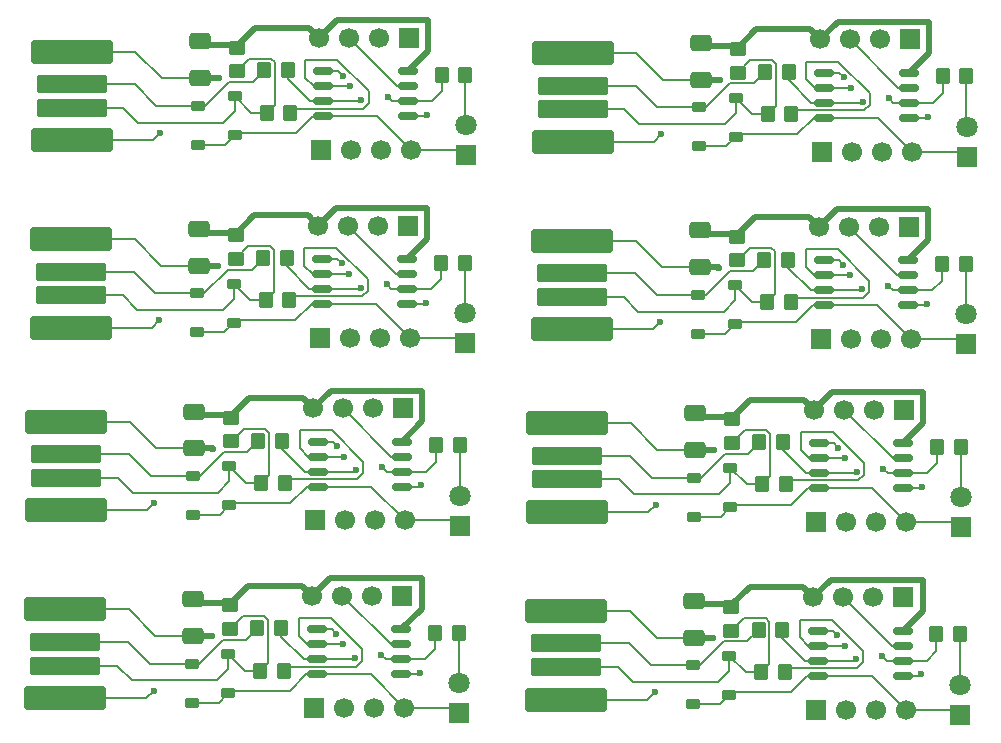
<source format=gbr>
%TF.GenerationSoftware,KiCad,Pcbnew,9.0.2*%
%TF.CreationDate,2025-11-07T14:57:23+01:00*%
%TF.ProjectId,Digispark_USB_Panel,44696769-7370-4617-926b-5f5553425f50,rev?*%
%TF.SameCoordinates,Original*%
%TF.FileFunction,Copper,L1,Top*%
%TF.FilePolarity,Positive*%
%FSLAX46Y46*%
G04 Gerber Fmt 4.6, Leading zero omitted, Abs format (unit mm)*
G04 Created by KiCad (PCBNEW 9.0.2) date 2025-11-07 14:57:23*
%MOMM*%
%LPD*%
G01*
G04 APERTURE LIST*
G04 Aperture macros list*
%AMRoundRect*
0 Rectangle with rounded corners*
0 $1 Rounding radius*
0 $2 $3 $4 $5 $6 $7 $8 $9 X,Y pos of 4 corners*
0 Add a 4 corners polygon primitive as box body*
4,1,4,$2,$3,$4,$5,$6,$7,$8,$9,$2,$3,0*
0 Add four circle primitives for the rounded corners*
1,1,$1+$1,$2,$3*
1,1,$1+$1,$4,$5*
1,1,$1+$1,$6,$7*
1,1,$1+$1,$8,$9*
0 Add four rect primitives between the rounded corners*
20,1,$1+$1,$2,$3,$4,$5,0*
20,1,$1+$1,$4,$5,$6,$7,0*
20,1,$1+$1,$6,$7,$8,$9,0*
20,1,$1+$1,$8,$9,$2,$3,0*%
G04 Aperture macros list end*
%TA.AperFunction,SMDPad,CuDef*%
%ADD10RoundRect,0.250000X-0.350000X-0.450000X0.350000X-0.450000X0.350000X0.450000X-0.350000X0.450000X0*%
%TD*%
%TA.AperFunction,SMDPad,CuDef*%
%ADD11RoundRect,0.300000X3.200000X0.700000X-3.200000X0.700000X-3.200000X-0.700000X3.200000X-0.700000X0*%
%TD*%
%TA.AperFunction,SMDPad,CuDef*%
%ADD12RoundRect,0.225000X2.775000X0.525000X-2.775000X0.525000X-2.775000X-0.525000X2.775000X-0.525000X0*%
%TD*%
%TA.AperFunction,ComponentPad*%
%ADD13R,1.700000X1.700000*%
%TD*%
%TA.AperFunction,ComponentPad*%
%ADD14C,1.700000*%
%TD*%
%TA.AperFunction,SMDPad,CuDef*%
%ADD15RoundRect,0.250000X-0.650000X0.412500X-0.650000X-0.412500X0.650000X-0.412500X0.650000X0.412500X0*%
%TD*%
%TA.AperFunction,SMDPad,CuDef*%
%ADD16RoundRect,0.162500X-0.650000X-0.162500X0.650000X-0.162500X0.650000X0.162500X-0.650000X0.162500X0*%
%TD*%
%TA.AperFunction,SMDPad,CuDef*%
%ADD17RoundRect,0.225000X-0.375000X0.225000X-0.375000X-0.225000X0.375000X-0.225000X0.375000X0.225000X0*%
%TD*%
%TA.AperFunction,ComponentPad*%
%ADD18R,1.800000X1.800000*%
%TD*%
%TA.AperFunction,ComponentPad*%
%ADD19C,1.800000*%
%TD*%
%TA.AperFunction,SMDPad,CuDef*%
%ADD20RoundRect,0.250000X-0.450000X0.350000X-0.450000X-0.350000X0.450000X-0.350000X0.450000X0.350000X0*%
%TD*%
%TA.AperFunction,ViaPad*%
%ADD21C,0.600000*%
%TD*%
%TA.AperFunction,Conductor*%
%ADD22C,0.500000*%
%TD*%
%TA.AperFunction,Conductor*%
%ADD23C,0.200000*%
%TD*%
G04 APERTURE END LIST*
D10*
%TO.P,R2,1*%
%TO.N,Net-(D2-K)*%
X122253050Y-108812200D03*
%TO.P,R2,2*%
%TO.N,Net-(J1-Pin_2)*%
X124253050Y-108812200D03*
%TD*%
D11*
%TO.P,U1,1,VCC*%
%TO.N,+5V*%
X105742550Y-111139800D03*
D12*
%TO.P,U1,2,D+*%
%TO.N,Net-(D2-K)*%
X105742550Y-108389800D03*
%TO.P,U1,3,D-*%
%TO.N,Net-(D1-K)*%
X105742550Y-106389800D03*
D11*
%TO.P,U1,4,GND*%
%TO.N,GND*%
X105742550Y-103639800D03*
%TD*%
D13*
%TO.P,J2,1,Pin_1*%
%TO.N,Net-(J2-Pin_1)*%
X134286050Y-102487600D03*
D14*
%TO.P,J2,2,Pin_2*%
%TO.N,Net-(J2-Pin_2)*%
X131746050Y-102487600D03*
%TO.P,J2,3,Pin_3*%
%TO.N,Net-(J2-Pin_3)*%
X129206050Y-102487600D03*
%TO.P,J2,4,Pin_4*%
%TO.N,+5V*%
X126666050Y-102487600D03*
%TD*%
D15*
%TO.P,C1,1*%
%TO.N,+5V*%
X116582250Y-102766200D03*
%TO.P,C1,2*%
%TO.N,GND*%
X116582250Y-105891200D03*
%TD*%
D16*
%TO.P,U2,1,~{RESET}/PB5*%
%TO.N,Net-(J1-Pin_1)*%
X127040950Y-105307000D03*
%TO.P,U2,2,XTAL1/PB3*%
%TO.N,Net-(J1-Pin_2)*%
X127040950Y-106577000D03*
%TO.P,U2,3,XTAL2/PB4*%
%TO.N,Net-(J1-Pin_3)*%
X127040950Y-107847000D03*
%TO.P,U2,4,GND*%
%TO.N,GND*%
X127040950Y-109117000D03*
%TO.P,U2,5,AREF/PB0*%
%TO.N,Net-(J2-Pin_1)*%
X134215950Y-109117000D03*
%TO.P,U2,6,PB1*%
%TO.N,Net-(J2-Pin_2)*%
X134215950Y-107847000D03*
%TO.P,U2,7,PB2*%
%TO.N,Net-(J2-Pin_3)*%
X134215950Y-106577000D03*
%TO.P,U2,8,VCC*%
%TO.N,+5V*%
X134215950Y-105307000D03*
%TD*%
D17*
%TO.P,D1,1,K*%
%TO.N,Net-(D1-K)*%
X116455250Y-108230000D03*
%TO.P,D1,2,A*%
%TO.N,GND*%
X116455250Y-111530000D03*
%TD*%
D18*
%TO.P,D3,1,K*%
%TO.N,GND*%
X139112050Y-112419000D03*
D19*
%TO.P,D3,2,A*%
%TO.N,Net-(D3-A)*%
X139112050Y-109879000D03*
%TD*%
D17*
%TO.P,D2,1,K*%
%TO.N,Net-(D2-K)*%
X119554050Y-107417200D03*
%TO.P,D2,2,A*%
%TO.N,GND*%
X119554050Y-110717200D03*
%TD*%
D10*
%TO.P,R3,1*%
%TO.N,Net-(J2-Pin_2)*%
X137070650Y-105611800D03*
%TO.P,R3,2*%
%TO.N,Net-(D3-A)*%
X139070650Y-105611800D03*
%TD*%
D20*
%TO.P,R4,1*%
%TO.N,+5V*%
X119706450Y-103300400D03*
%TO.P,R4,2*%
%TO.N,Net-(D2-K)*%
X119706450Y-105300400D03*
%TD*%
D10*
%TO.P,R1,1*%
%TO.N,Net-(D1-K)*%
X122024450Y-105230800D03*
%TO.P,R1,2*%
%TO.N,Net-(J1-Pin_3)*%
X124024450Y-105230800D03*
%TD*%
D13*
%TO.P,J1,1,Pin_1*%
%TO.N,Net-(J1-Pin_1)*%
X126843850Y-111987200D03*
D14*
%TO.P,J1,2,Pin_2*%
%TO.N,Net-(J1-Pin_2)*%
X129383850Y-111987200D03*
%TO.P,J1,3,Pin_3*%
%TO.N,Net-(J1-Pin_3)*%
X131923850Y-111987200D03*
%TO.P,J1,4,Pin_4*%
%TO.N,GND*%
X134463850Y-111987200D03*
%TD*%
D10*
%TO.P,R2,2*%
%TO.N,Net-(J1-Pin_2)*%
X124733850Y-77465600D03*
%TO.P,R2,1*%
%TO.N,Net-(D2-K)*%
X122733850Y-77465600D03*
%TD*%
D20*
%TO.P,R4,2*%
%TO.N,Net-(D2-K)*%
X119635800Y-121188600D03*
%TO.P,R4,1*%
%TO.N,+5V*%
X119635800Y-119188600D03*
%TD*%
D11*
%TO.P,U1,4,GND*%
%TO.N,GND*%
X105671900Y-119528000D03*
D12*
%TO.P,U1,3,D-*%
%TO.N,Net-(D1-K)*%
X105671900Y-122278000D03*
%TO.P,U1,2,D+*%
%TO.N,Net-(D2-K)*%
X105671900Y-124278000D03*
D11*
%TO.P,U1,1,VCC*%
%TO.N,+5V*%
X105671900Y-127028000D03*
%TD*%
D15*
%TO.P,C1,2*%
%TO.N,GND*%
X116511600Y-121779400D03*
%TO.P,C1,1*%
%TO.N,+5V*%
X116511600Y-118654400D03*
%TD*%
D17*
%TO.P,D2,2,A*%
%TO.N,GND*%
X119483400Y-126605400D03*
%TO.P,D2,1,K*%
%TO.N,Net-(D2-K)*%
X119483400Y-123305400D03*
%TD*%
D16*
%TO.P,U2,8,VCC*%
%TO.N,+5V*%
X134145300Y-121195200D03*
%TO.P,U2,7,PB2*%
%TO.N,Net-(J2-Pin_3)*%
X134145300Y-122465200D03*
%TO.P,U2,6,PB1*%
%TO.N,Net-(J2-Pin_2)*%
X134145300Y-123735200D03*
%TO.P,U2,5,AREF/PB0*%
%TO.N,Net-(J2-Pin_1)*%
X134145300Y-125005200D03*
%TO.P,U2,4,GND*%
%TO.N,GND*%
X126970300Y-125005200D03*
%TO.P,U2,3,XTAL2/PB4*%
%TO.N,Net-(J1-Pin_3)*%
X126970300Y-123735200D03*
%TO.P,U2,2,XTAL1/PB3*%
%TO.N,Net-(J1-Pin_2)*%
X126970300Y-122465200D03*
%TO.P,U2,1,~{RESET}/PB5*%
%TO.N,Net-(J1-Pin_1)*%
X126970300Y-121195200D03*
%TD*%
D10*
%TO.P,R2,2*%
%TO.N,Net-(J1-Pin_2)*%
X124182400Y-124700400D03*
%TO.P,R2,1*%
%TO.N,Net-(D2-K)*%
X122182400Y-124700400D03*
%TD*%
D14*
%TO.P,J2,4,Pin_4*%
%TO.N,+5V*%
X126595400Y-118375800D03*
%TO.P,J2,3,Pin_3*%
%TO.N,Net-(J2-Pin_3)*%
X129135400Y-118375800D03*
%TO.P,J2,2,Pin_2*%
%TO.N,Net-(J2-Pin_2)*%
X131675400Y-118375800D03*
D13*
%TO.P,J2,1,Pin_1*%
%TO.N,Net-(J2-Pin_1)*%
X134215400Y-118375800D03*
%TD*%
D19*
%TO.P,D3,2,A*%
%TO.N,Net-(D3-A)*%
X139041400Y-125767200D03*
D18*
%TO.P,D3,1,K*%
%TO.N,GND*%
X139041400Y-128307200D03*
%TD*%
D10*
%TO.P,R3,2*%
%TO.N,Net-(D3-A)*%
X139000000Y-121500000D03*
%TO.P,R3,1*%
%TO.N,Net-(J2-Pin_2)*%
X137000000Y-121500000D03*
%TD*%
D17*
%TO.P,D1,2,A*%
%TO.N,GND*%
X116384600Y-127418200D03*
%TO.P,D1,1,K*%
%TO.N,Net-(D1-K)*%
X116384600Y-124118200D03*
%TD*%
D10*
%TO.P,R1,2*%
%TO.N,Net-(J1-Pin_3)*%
X123953800Y-121119000D03*
%TO.P,R1,1*%
%TO.N,Net-(D1-K)*%
X121953800Y-121119000D03*
%TD*%
D14*
%TO.P,J1,4,Pin_4*%
%TO.N,GND*%
X134393200Y-127875400D03*
%TO.P,J1,3,Pin_3*%
%TO.N,Net-(J1-Pin_3)*%
X131853200Y-127875400D03*
%TO.P,J1,2,Pin_2*%
%TO.N,Net-(J1-Pin_2)*%
X129313200Y-127875400D03*
D13*
%TO.P,J1,1,Pin_1*%
%TO.N,Net-(J1-Pin_1)*%
X126773200Y-127875400D03*
%TD*%
D17*
%TO.P,D2,2,A*%
%TO.N,GND*%
X120034850Y-79370600D03*
%TO.P,D2,1,K*%
%TO.N,Net-(D2-K)*%
X120034850Y-76070600D03*
%TD*%
D14*
%TO.P,J2,4,Pin_4*%
%TO.N,+5V*%
X127146850Y-71141000D03*
%TO.P,J2,3,Pin_3*%
%TO.N,Net-(J2-Pin_3)*%
X129686850Y-71141000D03*
%TO.P,J2,2,Pin_2*%
%TO.N,Net-(J2-Pin_2)*%
X132226850Y-71141000D03*
D13*
%TO.P,J2,1,Pin_1*%
%TO.N,Net-(J2-Pin_1)*%
X134766850Y-71141000D03*
%TD*%
D14*
%TO.P,J2,4,Pin_4*%
%TO.N,+5V*%
X127076200Y-87029200D03*
%TO.P,J2,3,Pin_3*%
%TO.N,Net-(J2-Pin_3)*%
X129616200Y-87029200D03*
%TO.P,J2,2,Pin_2*%
%TO.N,Net-(J2-Pin_2)*%
X132156200Y-87029200D03*
D13*
%TO.P,J2,1,Pin_1*%
%TO.N,Net-(J2-Pin_1)*%
X134696200Y-87029200D03*
%TD*%
D14*
%TO.P,J1,4,Pin_4*%
%TO.N,GND*%
X134944650Y-80640600D03*
%TO.P,J1,3,Pin_3*%
%TO.N,Net-(J1-Pin_3)*%
X132404650Y-80640600D03*
%TO.P,J1,2,Pin_2*%
%TO.N,Net-(J1-Pin_2)*%
X129864650Y-80640600D03*
D13*
%TO.P,J1,1,Pin_1*%
%TO.N,Net-(J1-Pin_1)*%
X127324650Y-80640600D03*
%TD*%
D19*
%TO.P,D3,2,A*%
%TO.N,Net-(D3-A)*%
X139522200Y-94420600D03*
D18*
%TO.P,D3,1,K*%
%TO.N,GND*%
X139522200Y-96960600D03*
%TD*%
D14*
%TO.P,J1,4,Pin_4*%
%TO.N,GND*%
X134874000Y-96528800D03*
%TO.P,J1,3,Pin_3*%
%TO.N,Net-(J1-Pin_3)*%
X132334000Y-96528800D03*
%TO.P,J1,2,Pin_2*%
%TO.N,Net-(J1-Pin_2)*%
X129794000Y-96528800D03*
D13*
%TO.P,J1,1,Pin_1*%
%TO.N,Net-(J1-Pin_1)*%
X127254000Y-96528800D03*
%TD*%
D15*
%TO.P,C1,2*%
%TO.N,GND*%
X117063050Y-74544600D03*
%TO.P,C1,1*%
%TO.N,+5V*%
X117063050Y-71419600D03*
%TD*%
D11*
%TO.P,U1,4,GND*%
%TO.N,GND*%
X106223350Y-72293200D03*
D12*
%TO.P,U1,3,D-*%
%TO.N,Net-(D1-K)*%
X106223350Y-75043200D03*
%TO.P,U1,2,D+*%
%TO.N,Net-(D2-K)*%
X106223350Y-77043200D03*
D11*
%TO.P,U1,1,VCC*%
%TO.N,+5V*%
X106223350Y-79793200D03*
%TD*%
D10*
%TO.P,R1,2*%
%TO.N,Net-(J1-Pin_3)*%
X124505250Y-73884200D03*
%TO.P,R1,1*%
%TO.N,Net-(D1-K)*%
X122505250Y-73884200D03*
%TD*%
D11*
%TO.P,U1,4,GND*%
%TO.N,GND*%
X106152700Y-88181400D03*
D12*
%TO.P,U1,3,D-*%
%TO.N,Net-(D1-K)*%
X106152700Y-90931400D03*
%TO.P,U1,2,D+*%
%TO.N,Net-(D2-K)*%
X106152700Y-92931400D03*
D11*
%TO.P,U1,1,VCC*%
%TO.N,+5V*%
X106152700Y-95681400D03*
%TD*%
D17*
%TO.P,D1,2,A*%
%TO.N,GND*%
X116936050Y-80183400D03*
%TO.P,D1,1,K*%
%TO.N,Net-(D1-K)*%
X116936050Y-76883400D03*
%TD*%
D16*
%TO.P,U2,8,VCC*%
%TO.N,+5V*%
X134696750Y-73960400D03*
%TO.P,U2,7,PB2*%
%TO.N,Net-(J2-Pin_3)*%
X134696750Y-75230400D03*
%TO.P,U2,6,PB1*%
%TO.N,Net-(J2-Pin_2)*%
X134696750Y-76500400D03*
%TO.P,U2,5,AREF/PB0*%
%TO.N,Net-(J2-Pin_1)*%
X134696750Y-77770400D03*
%TO.P,U2,4,GND*%
%TO.N,GND*%
X127521750Y-77770400D03*
%TO.P,U2,3,XTAL2/PB4*%
%TO.N,Net-(J1-Pin_3)*%
X127521750Y-76500400D03*
%TO.P,U2,2,XTAL1/PB3*%
%TO.N,Net-(J1-Pin_2)*%
X127521750Y-75230400D03*
%TO.P,U2,1,~{RESET}/PB5*%
%TO.N,Net-(J1-Pin_1)*%
X127521750Y-73960400D03*
%TD*%
D20*
%TO.P,R4,2*%
%TO.N,Net-(D2-K)*%
X120187250Y-73953800D03*
%TO.P,R4,1*%
%TO.N,+5V*%
X120187250Y-71953800D03*
%TD*%
%TO.P,R4,2*%
%TO.N,Net-(D2-K)*%
X120116600Y-89842000D03*
%TO.P,R4,1*%
%TO.N,+5V*%
X120116600Y-87842000D03*
%TD*%
D15*
%TO.P,C1,2*%
%TO.N,GND*%
X116992400Y-90432800D03*
%TO.P,C1,1*%
%TO.N,+5V*%
X116992400Y-87307800D03*
%TD*%
D19*
%TO.P,D3,2,A*%
%TO.N,Net-(D3-A)*%
X139592850Y-78532400D03*
D18*
%TO.P,D3,1,K*%
%TO.N,GND*%
X139592850Y-81072400D03*
%TD*%
D17*
%TO.P,D2,2,A*%
%TO.N,GND*%
X119964200Y-95258800D03*
%TO.P,D2,1,K*%
%TO.N,Net-(D2-K)*%
X119964200Y-91958800D03*
%TD*%
D16*
%TO.P,U2,8,VCC*%
%TO.N,+5V*%
X134626100Y-89848600D03*
%TO.P,U2,7,PB2*%
%TO.N,Net-(J2-Pin_3)*%
X134626100Y-91118600D03*
%TO.P,U2,6,PB1*%
%TO.N,Net-(J2-Pin_2)*%
X134626100Y-92388600D03*
%TO.P,U2,5,AREF/PB0*%
%TO.N,Net-(J2-Pin_1)*%
X134626100Y-93658600D03*
%TO.P,U2,4,GND*%
%TO.N,GND*%
X127451100Y-93658600D03*
%TO.P,U2,3,XTAL2/PB4*%
%TO.N,Net-(J1-Pin_3)*%
X127451100Y-92388600D03*
%TO.P,U2,2,XTAL1/PB3*%
%TO.N,Net-(J1-Pin_2)*%
X127451100Y-91118600D03*
%TO.P,U2,1,~{RESET}/PB5*%
%TO.N,Net-(J1-Pin_1)*%
X127451100Y-89848600D03*
%TD*%
D10*
%TO.P,R2,2*%
%TO.N,Net-(J1-Pin_2)*%
X124663200Y-93353800D03*
%TO.P,R2,1*%
%TO.N,Net-(D2-K)*%
X122663200Y-93353800D03*
%TD*%
%TO.P,R3,2*%
%TO.N,Net-(D3-A)*%
X139551450Y-74265200D03*
%TO.P,R3,1*%
%TO.N,Net-(J2-Pin_2)*%
X137551450Y-74265200D03*
%TD*%
%TO.P,R3,2*%
%TO.N,Net-(D3-A)*%
X139480800Y-90153400D03*
%TO.P,R3,1*%
%TO.N,Net-(J2-Pin_2)*%
X137480800Y-90153400D03*
%TD*%
%TO.P,R1,2*%
%TO.N,Net-(J1-Pin_3)*%
X124434600Y-89772400D03*
%TO.P,R1,1*%
%TO.N,Net-(D1-K)*%
X122434600Y-89772400D03*
%TD*%
D17*
%TO.P,D1,2,A*%
%TO.N,GND*%
X116865400Y-96071600D03*
%TO.P,D1,1,K*%
%TO.N,Net-(D1-K)*%
X116865400Y-92771600D03*
%TD*%
D15*
%TO.P,C1,2*%
%TO.N,GND*%
X159008900Y-106017000D03*
%TO.P,C1,1*%
%TO.N,+5V*%
X159008900Y-102892000D03*
%TD*%
D11*
%TO.P,U1,4,GND*%
%TO.N,GND*%
X148169200Y-103765600D03*
D12*
%TO.P,U1,3,D-*%
%TO.N,Net-(D1-K)*%
X148169200Y-106515600D03*
%TO.P,U1,2,D+*%
%TO.N,Net-(D2-K)*%
X148169200Y-108515600D03*
D11*
%TO.P,U1,1,VCC*%
%TO.N,+5V*%
X148169200Y-111265600D03*
%TD*%
D15*
%TO.P,C1,2*%
%TO.N,GND*%
X158938250Y-121905200D03*
%TO.P,C1,1*%
%TO.N,+5V*%
X158938250Y-118780200D03*
%TD*%
D16*
%TO.P,U2,8,VCC*%
%TO.N,+5V*%
X176642600Y-105432800D03*
%TO.P,U2,7,PB2*%
%TO.N,Net-(J2-Pin_3)*%
X176642600Y-106702800D03*
%TO.P,U2,6,PB1*%
%TO.N,Net-(J2-Pin_2)*%
X176642600Y-107972800D03*
%TO.P,U2,5,AREF/PB0*%
%TO.N,Net-(J2-Pin_1)*%
X176642600Y-109242800D03*
%TO.P,U2,4,GND*%
%TO.N,GND*%
X169467600Y-109242800D03*
%TO.P,U2,3,XTAL2/PB4*%
%TO.N,Net-(J1-Pin_3)*%
X169467600Y-107972800D03*
%TO.P,U2,2,XTAL1/PB3*%
%TO.N,Net-(J1-Pin_2)*%
X169467600Y-106702800D03*
%TO.P,U2,1,~{RESET}/PB5*%
%TO.N,Net-(J1-Pin_1)*%
X169467600Y-105432800D03*
%TD*%
D10*
%TO.P,R3,2*%
%TO.N,Net-(D3-A)*%
X181426650Y-121625800D03*
%TO.P,R3,1*%
%TO.N,Net-(J2-Pin_2)*%
X179426650Y-121625800D03*
%TD*%
%TO.P,R2,2*%
%TO.N,Net-(J1-Pin_2)*%
X167160500Y-77591400D03*
%TO.P,R2,1*%
%TO.N,Net-(D2-K)*%
X165160500Y-77591400D03*
%TD*%
D17*
%TO.P,D1,2,A*%
%TO.N,GND*%
X158881900Y-111655800D03*
%TO.P,D1,1,K*%
%TO.N,Net-(D1-K)*%
X158881900Y-108355800D03*
%TD*%
%TO.P,D2,2,A*%
%TO.N,GND*%
X161910050Y-126731200D03*
%TO.P,D2,1,K*%
%TO.N,Net-(D2-K)*%
X161910050Y-123431200D03*
%TD*%
D19*
%TO.P,D3,2,A*%
%TO.N,Net-(D3-A)*%
X181468050Y-125893000D03*
D18*
%TO.P,D3,1,K*%
%TO.N,GND*%
X181468050Y-128433000D03*
%TD*%
D14*
%TO.P,J2,4,Pin_4*%
%TO.N,+5V*%
X169092700Y-102613400D03*
%TO.P,J2,3,Pin_3*%
%TO.N,Net-(J2-Pin_3)*%
X171632700Y-102613400D03*
%TO.P,J2,2,Pin_2*%
%TO.N,Net-(J2-Pin_2)*%
X174172700Y-102613400D03*
D13*
%TO.P,J2,1,Pin_1*%
%TO.N,Net-(J2-Pin_1)*%
X176712700Y-102613400D03*
%TD*%
D19*
%TO.P,D3,2,A*%
%TO.N,Net-(D3-A)*%
X181538700Y-110004800D03*
D18*
%TO.P,D3,1,K*%
%TO.N,GND*%
X181538700Y-112544800D03*
%TD*%
D17*
%TO.P,D2,2,A*%
%TO.N,GND*%
X161980700Y-110843000D03*
%TO.P,D2,1,K*%
%TO.N,Net-(D2-K)*%
X161980700Y-107543000D03*
%TD*%
D10*
%TO.P,R3,2*%
%TO.N,Net-(D3-A)*%
X181497300Y-105737600D03*
%TO.P,R3,1*%
%TO.N,Net-(J2-Pin_2)*%
X179497300Y-105737600D03*
%TD*%
%TO.P,R1,2*%
%TO.N,Net-(J1-Pin_3)*%
X166451100Y-105356600D03*
%TO.P,R1,1*%
%TO.N,Net-(D1-K)*%
X164451100Y-105356600D03*
%TD*%
D14*
%TO.P,J1,4,Pin_4*%
%TO.N,GND*%
X176890500Y-112113000D03*
%TO.P,J1,3,Pin_3*%
%TO.N,Net-(J1-Pin_3)*%
X174350500Y-112113000D03*
%TO.P,J1,2,Pin_2*%
%TO.N,Net-(J1-Pin_2)*%
X171810500Y-112113000D03*
D13*
%TO.P,J1,1,Pin_1*%
%TO.N,Net-(J1-Pin_1)*%
X169270500Y-112113000D03*
%TD*%
D20*
%TO.P,R4,2*%
%TO.N,Net-(D2-K)*%
X162133100Y-105426200D03*
%TO.P,R4,1*%
%TO.N,+5V*%
X162133100Y-103426200D03*
%TD*%
%TO.P,R4,2*%
%TO.N,Net-(D2-K)*%
X162062450Y-121314400D03*
%TO.P,R4,1*%
%TO.N,+5V*%
X162062450Y-119314400D03*
%TD*%
D10*
%TO.P,R2,2*%
%TO.N,Net-(J1-Pin_2)*%
X166679700Y-108938000D03*
%TO.P,R2,1*%
%TO.N,Net-(D2-K)*%
X164679700Y-108938000D03*
%TD*%
D11*
%TO.P,U1,4,GND*%
%TO.N,GND*%
X148098550Y-119653800D03*
D12*
%TO.P,U1,3,D-*%
%TO.N,Net-(D1-K)*%
X148098550Y-122403800D03*
%TO.P,U1,2,D+*%
%TO.N,Net-(D2-K)*%
X148098550Y-124403800D03*
D11*
%TO.P,U1,1,VCC*%
%TO.N,+5V*%
X148098550Y-127153800D03*
%TD*%
D16*
%TO.P,U2,8,VCC*%
%TO.N,+5V*%
X176571950Y-121321000D03*
%TO.P,U2,7,PB2*%
%TO.N,Net-(J2-Pin_3)*%
X176571950Y-122591000D03*
%TO.P,U2,6,PB1*%
%TO.N,Net-(J2-Pin_2)*%
X176571950Y-123861000D03*
%TO.P,U2,5,AREF/PB0*%
%TO.N,Net-(J2-Pin_1)*%
X176571950Y-125131000D03*
%TO.P,U2,4,GND*%
%TO.N,GND*%
X169396950Y-125131000D03*
%TO.P,U2,3,XTAL2/PB4*%
%TO.N,Net-(J1-Pin_3)*%
X169396950Y-123861000D03*
%TO.P,U2,2,XTAL1/PB3*%
%TO.N,Net-(J1-Pin_2)*%
X169396950Y-122591000D03*
%TO.P,U2,1,~{RESET}/PB5*%
%TO.N,Net-(J1-Pin_1)*%
X169396950Y-121321000D03*
%TD*%
D10*
%TO.P,R2,2*%
%TO.N,Net-(J1-Pin_2)*%
X166609050Y-124826200D03*
%TO.P,R2,1*%
%TO.N,Net-(D2-K)*%
X164609050Y-124826200D03*
%TD*%
D14*
%TO.P,J2,4,Pin_4*%
%TO.N,+5V*%
X169022050Y-118501600D03*
%TO.P,J2,3,Pin_3*%
%TO.N,Net-(J2-Pin_3)*%
X171562050Y-118501600D03*
%TO.P,J2,2,Pin_2*%
%TO.N,Net-(J2-Pin_2)*%
X174102050Y-118501600D03*
D13*
%TO.P,J2,1,Pin_1*%
%TO.N,Net-(J2-Pin_1)*%
X176642050Y-118501600D03*
%TD*%
D20*
%TO.P,R4,2*%
%TO.N,Net-(D2-K)*%
X162613900Y-74079600D03*
%TO.P,R4,1*%
%TO.N,+5V*%
X162613900Y-72079600D03*
%TD*%
D11*
%TO.P,U1,4,GND*%
%TO.N,GND*%
X148579350Y-88307200D03*
D12*
%TO.P,U1,3,D-*%
%TO.N,Net-(D1-K)*%
X148579350Y-91057200D03*
%TO.P,U1,2,D+*%
%TO.N,Net-(D2-K)*%
X148579350Y-93057200D03*
D11*
%TO.P,U1,1,VCC*%
%TO.N,+5V*%
X148579350Y-95807200D03*
%TD*%
D17*
%TO.P,D2,2,A*%
%TO.N,GND*%
X162461500Y-79496400D03*
%TO.P,D2,1,K*%
%TO.N,Net-(D2-K)*%
X162461500Y-76196400D03*
%TD*%
D14*
%TO.P,J2,4,Pin_4*%
%TO.N,+5V*%
X169502850Y-87155000D03*
%TO.P,J2,3,Pin_3*%
%TO.N,Net-(J2-Pin_3)*%
X172042850Y-87155000D03*
%TO.P,J2,2,Pin_2*%
%TO.N,Net-(J2-Pin_2)*%
X174582850Y-87155000D03*
D13*
%TO.P,J2,1,Pin_1*%
%TO.N,Net-(J2-Pin_1)*%
X177122850Y-87155000D03*
%TD*%
D14*
%TO.P,J1,4,Pin_4*%
%TO.N,GND*%
X177300650Y-96654600D03*
%TO.P,J1,3,Pin_3*%
%TO.N,Net-(J1-Pin_3)*%
X174760650Y-96654600D03*
%TO.P,J1,2,Pin_2*%
%TO.N,Net-(J1-Pin_2)*%
X172220650Y-96654600D03*
D13*
%TO.P,J1,1,Pin_1*%
%TO.N,Net-(J1-Pin_1)*%
X169680650Y-96654600D03*
%TD*%
D17*
%TO.P,D1,2,A*%
%TO.N,GND*%
X159362700Y-80309200D03*
%TO.P,D1,1,K*%
%TO.N,Net-(D1-K)*%
X159362700Y-77009200D03*
%TD*%
D10*
%TO.P,R3,2*%
%TO.N,Net-(D3-A)*%
X181907450Y-90279200D03*
%TO.P,R3,1*%
%TO.N,Net-(J2-Pin_2)*%
X179907450Y-90279200D03*
%TD*%
%TO.P,R1,2*%
%TO.N,Net-(J1-Pin_3)*%
X166931900Y-74010000D03*
%TO.P,R1,1*%
%TO.N,Net-(D1-K)*%
X164931900Y-74010000D03*
%TD*%
D17*
%TO.P,D2,2,A*%
%TO.N,GND*%
X162390850Y-95384600D03*
%TO.P,D2,1,K*%
%TO.N,Net-(D2-K)*%
X162390850Y-92084600D03*
%TD*%
%TO.P,D1,2,A*%
%TO.N,GND*%
X158811250Y-127544000D03*
%TO.P,D1,1,K*%
%TO.N,Net-(D1-K)*%
X158811250Y-124244000D03*
%TD*%
D14*
%TO.P,J1,4,Pin_4*%
%TO.N,GND*%
X177371300Y-80766400D03*
%TO.P,J1,3,Pin_3*%
%TO.N,Net-(J1-Pin_3)*%
X174831300Y-80766400D03*
%TO.P,J1,2,Pin_2*%
%TO.N,Net-(J1-Pin_2)*%
X172291300Y-80766400D03*
D13*
%TO.P,J1,1,Pin_1*%
%TO.N,Net-(J1-Pin_1)*%
X169751300Y-80766400D03*
%TD*%
D19*
%TO.P,D3,2,A*%
%TO.N,Net-(D3-A)*%
X181948850Y-94546400D03*
D18*
%TO.P,D3,1,K*%
%TO.N,GND*%
X181948850Y-97086400D03*
%TD*%
D15*
%TO.P,C1,2*%
%TO.N,GND*%
X159489700Y-74670400D03*
%TO.P,C1,1*%
%TO.N,+5V*%
X159489700Y-71545400D03*
%TD*%
D10*
%TO.P,R1,2*%
%TO.N,Net-(J1-Pin_3)*%
X166380450Y-121244800D03*
%TO.P,R1,1*%
%TO.N,Net-(D1-K)*%
X164380450Y-121244800D03*
%TD*%
D14*
%TO.P,J1,4,Pin_4*%
%TO.N,GND*%
X176819850Y-128001200D03*
%TO.P,J1,3,Pin_3*%
%TO.N,Net-(J1-Pin_3)*%
X174279850Y-128001200D03*
%TO.P,J1,2,Pin_2*%
%TO.N,Net-(J1-Pin_2)*%
X171739850Y-128001200D03*
D13*
%TO.P,J1,1,Pin_1*%
%TO.N,Net-(J1-Pin_1)*%
X169199850Y-128001200D03*
%TD*%
D14*
%TO.P,J2,4,Pin_4*%
%TO.N,+5V*%
X169573500Y-71266800D03*
%TO.P,J2,3,Pin_3*%
%TO.N,Net-(J2-Pin_3)*%
X172113500Y-71266800D03*
%TO.P,J2,2,Pin_2*%
%TO.N,Net-(J2-Pin_2)*%
X174653500Y-71266800D03*
D13*
%TO.P,J2,1,Pin_1*%
%TO.N,Net-(J2-Pin_1)*%
X177193500Y-71266800D03*
%TD*%
D11*
%TO.P,U1,4,GND*%
%TO.N,GND*%
X148650000Y-72419000D03*
D12*
%TO.P,U1,3,D-*%
%TO.N,Net-(D1-K)*%
X148650000Y-75169000D03*
%TO.P,U1,2,D+*%
%TO.N,Net-(D2-K)*%
X148650000Y-77169000D03*
D11*
%TO.P,U1,1,VCC*%
%TO.N,+5V*%
X148650000Y-79919000D03*
%TD*%
D16*
%TO.P,U2,8,VCC*%
%TO.N,+5V*%
X177123400Y-74086200D03*
%TO.P,U2,7,PB2*%
%TO.N,Net-(J2-Pin_3)*%
X177123400Y-75356200D03*
%TO.P,U2,6,PB1*%
%TO.N,Net-(J2-Pin_2)*%
X177123400Y-76626200D03*
%TO.P,U2,5,AREF/PB0*%
%TO.N,Net-(J2-Pin_1)*%
X177123400Y-77896200D03*
%TO.P,U2,4,GND*%
%TO.N,GND*%
X169948400Y-77896200D03*
%TO.P,U2,3,XTAL2/PB4*%
%TO.N,Net-(J1-Pin_3)*%
X169948400Y-76626200D03*
%TO.P,U2,2,XTAL1/PB3*%
%TO.N,Net-(J1-Pin_2)*%
X169948400Y-75356200D03*
%TO.P,U2,1,~{RESET}/PB5*%
%TO.N,Net-(J1-Pin_1)*%
X169948400Y-74086200D03*
%TD*%
D20*
%TO.P,R4,2*%
%TO.N,Net-(D2-K)*%
X162543250Y-89967800D03*
%TO.P,R4,1*%
%TO.N,+5V*%
X162543250Y-87967800D03*
%TD*%
D15*
%TO.P,C1,2*%
%TO.N,GND*%
X159419050Y-90558600D03*
%TO.P,C1,1*%
%TO.N,+5V*%
X159419050Y-87433600D03*
%TD*%
D16*
%TO.P,U2,8,VCC*%
%TO.N,+5V*%
X177052750Y-89974400D03*
%TO.P,U2,7,PB2*%
%TO.N,Net-(J2-Pin_3)*%
X177052750Y-91244400D03*
%TO.P,U2,6,PB1*%
%TO.N,Net-(J2-Pin_2)*%
X177052750Y-92514400D03*
%TO.P,U2,5,AREF/PB0*%
%TO.N,Net-(J2-Pin_1)*%
X177052750Y-93784400D03*
%TO.P,U2,4,GND*%
%TO.N,GND*%
X169877750Y-93784400D03*
%TO.P,U2,3,XTAL2/PB4*%
%TO.N,Net-(J1-Pin_3)*%
X169877750Y-92514400D03*
%TO.P,U2,2,XTAL1/PB3*%
%TO.N,Net-(J1-Pin_2)*%
X169877750Y-91244400D03*
%TO.P,U2,1,~{RESET}/PB5*%
%TO.N,Net-(J1-Pin_1)*%
X169877750Y-89974400D03*
%TD*%
D19*
%TO.P,D3,2,A*%
%TO.N,Net-(D3-A)*%
X182019500Y-78658200D03*
D18*
%TO.P,D3,1,K*%
%TO.N,GND*%
X182019500Y-81198200D03*
%TD*%
D10*
%TO.P,R2,2*%
%TO.N,Net-(J1-Pin_2)*%
X167089850Y-93479600D03*
%TO.P,R2,1*%
%TO.N,Net-(D2-K)*%
X165089850Y-93479600D03*
%TD*%
%TO.P,R3,2*%
%TO.N,Net-(D3-A)*%
X181978100Y-74391000D03*
%TO.P,R3,1*%
%TO.N,Net-(J2-Pin_2)*%
X179978100Y-74391000D03*
%TD*%
%TO.P,R1,2*%
%TO.N,Net-(J1-Pin_3)*%
X166861250Y-89898200D03*
%TO.P,R1,1*%
%TO.N,Net-(D1-K)*%
X164861250Y-89898200D03*
%TD*%
D17*
%TO.P,D1,2,A*%
%TO.N,GND*%
X159292050Y-96197400D03*
%TO.P,D1,1,K*%
%TO.N,Net-(D1-K)*%
X159292050Y-92897400D03*
%TD*%
D21*
%TO.N,Net-(J1-Pin_1)*%
X128698050Y-105688000D03*
%TO.N,+5V*%
X113229450Y-110514000D03*
%TO.N,GND*%
X118182450Y-105916600D03*
%TO.N,Net-(J2-Pin_1)*%
X135810050Y-109015400D03*
%TO.N,Net-(J2-Pin_2)*%
X132508050Y-107466000D03*
%TO.N,Net-(J1-Pin_3)*%
X130272850Y-107745400D03*
%TO.N,Net-(J1-Pin_2)*%
X129298050Y-106577000D03*
%TO.N,GND*%
X118111800Y-121804800D03*
%TO.N,+5V*%
X113158800Y-126402200D03*
%TO.N,Net-(J2-Pin_1)*%
X135739400Y-124903600D03*
%TO.N,Net-(J1-Pin_2)*%
X129227400Y-122465200D03*
%TO.N,Net-(J1-Pin_1)*%
X128627400Y-121576200D03*
%TO.N,Net-(J2-Pin_2)*%
X132437400Y-123354200D03*
%TO.N,Net-(J1-Pin_3)*%
X130202200Y-123633600D03*
X130753650Y-76398800D03*
%TO.N,+5V*%
X113710250Y-79167400D03*
%TO.N,GND*%
X118663250Y-74570000D03*
%TO.N,Net-(J2-Pin_1)*%
X136290850Y-77668800D03*
%TO.N,Net-(J2-Pin_2)*%
X132988850Y-76119400D03*
%TO.N,Net-(J1-Pin_2)*%
X129778850Y-75230400D03*
%TO.N,Net-(J1-Pin_1)*%
X129178850Y-74341400D03*
%TO.N,Net-(J2-Pin_2)*%
X132918200Y-92007600D03*
%TO.N,Net-(J1-Pin_1)*%
X129108200Y-90229600D03*
%TO.N,+5V*%
X113639600Y-95055600D03*
%TO.N,Net-(J1-Pin_2)*%
X129708200Y-91118600D03*
%TO.N,Net-(J2-Pin_1)*%
X136220200Y-93557000D03*
%TO.N,Net-(J1-Pin_3)*%
X130683000Y-92287000D03*
%TO.N,GND*%
X118592600Y-90458200D03*
%TO.N,Net-(J1-Pin_2)*%
X171724700Y-106702800D03*
%TO.N,Net-(J1-Pin_1)*%
X171124700Y-105813800D03*
%TO.N,Net-(J1-Pin_3)*%
X172699500Y-107871200D03*
%TO.N,+5V*%
X155585450Y-126528000D03*
%TO.N,Net-(J1-Pin_1)*%
X171054050Y-121702000D03*
%TO.N,Net-(J2-Pin_1)*%
X178236700Y-109141200D03*
%TO.N,+5V*%
X155656100Y-110639800D03*
%TO.N,Net-(J2-Pin_2)*%
X174934700Y-107591800D03*
%TO.N,GND*%
X160609100Y-106042400D03*
X160538450Y-121930600D03*
%TO.N,Net-(J2-Pin_1)*%
X178166050Y-125029400D03*
%TO.N,Net-(J1-Pin_2)*%
X171654050Y-122591000D03*
%TO.N,Net-(J2-Pin_1)*%
X178717500Y-77794600D03*
%TO.N,Net-(J1-Pin_1)*%
X171605500Y-74467200D03*
%TO.N,+5V*%
X156066250Y-95181400D03*
%TO.N,Net-(J2-Pin_2)*%
X175415500Y-76245200D03*
%TO.N,+5V*%
X156136900Y-79293200D03*
%TO.N,Net-(J2-Pin_2)*%
X175344850Y-92133400D03*
%TO.N,GND*%
X161089900Y-74695800D03*
%TO.N,Net-(J1-Pin_3)*%
X172628850Y-123759400D03*
X173180300Y-76524600D03*
%TO.N,Net-(J1-Pin_2)*%
X172205500Y-75356200D03*
%TO.N,Net-(J1-Pin_1)*%
X171534850Y-90355400D03*
%TO.N,Net-(J1-Pin_3)*%
X173109650Y-92412800D03*
%TO.N,Net-(J2-Pin_2)*%
X174864050Y-123480000D03*
%TO.N,GND*%
X161019250Y-90584000D03*
%TO.N,Net-(J1-Pin_2)*%
X172134850Y-91244400D03*
%TO.N,Net-(J2-Pin_1)*%
X178646850Y-93682800D03*
%TD*%
D22*
%TO.N,GND*%
X116582250Y-105891200D02*
X118157050Y-105891200D01*
D23*
%TO.N,+5V*%
X119706450Y-103173400D02*
X119706450Y-103300400D01*
%TO.N,GND*%
X105742550Y-103639800D02*
X111130450Y-103639800D01*
D22*
%TO.N,+5V*%
X116887850Y-103071800D02*
X119477850Y-103071800D01*
D23*
X105742550Y-111139800D02*
X112603650Y-111139800D01*
%TO.N,GND*%
X119554050Y-110717200D02*
X119757250Y-110514000D01*
D22*
%TO.N,+5V*%
X135911650Y-100989000D02*
X128164650Y-100989000D01*
X126666050Y-102487600D02*
X125802450Y-101624000D01*
D23*
%TO.N,GND*%
X118157050Y-105891200D02*
X118182450Y-105916600D01*
X124735650Y-110514000D02*
X126132650Y-109117000D01*
D22*
%TO.N,+5V*%
X121255850Y-101624000D02*
X119706450Y-103173400D01*
D23*
X112603650Y-111139800D02*
X113229450Y-110514000D01*
%TO.N,GND*%
X111130450Y-103639800D02*
X113381850Y-105891200D01*
D22*
%TO.N,+5V*%
X116582250Y-102766200D02*
X116887850Y-103071800D01*
D23*
%TO.N,GND*%
X126132650Y-109117000D02*
X127040950Y-109117000D01*
X134463850Y-111987200D02*
X138680250Y-111987200D01*
D22*
%TO.N,+5V*%
X134215950Y-105307000D02*
X135911650Y-103611300D01*
D23*
%TO.N,GND*%
X127040950Y-109117000D02*
X131593650Y-109117000D01*
X138680250Y-111987200D02*
X139112050Y-112419000D01*
D22*
%TO.N,+5V*%
X135911650Y-103611300D02*
X135911650Y-100989000D01*
X128164650Y-100989000D02*
X126666050Y-102487600D01*
D23*
%TO.N,GND*%
X116455250Y-111530000D02*
X118741250Y-111530000D01*
X131593650Y-109117000D02*
X134463850Y-111987200D01*
X113381850Y-105891200D02*
X116582250Y-105891200D01*
D22*
%TO.N,+5V*%
X119477850Y-103071800D02*
X119706450Y-103300400D01*
X125802450Y-101624000D02*
X121255850Y-101624000D01*
D23*
%TO.N,GND*%
X118741250Y-111530000D02*
X119554050Y-110717200D01*
X119757250Y-110514000D02*
X124735650Y-110514000D01*
%TO.N,Net-(J2-Pin_3)*%
X134215950Y-106577000D02*
X133295450Y-106577000D01*
%TO.N,Net-(J2-Pin_2)*%
X134215950Y-107847000D02*
X132889050Y-107847000D01*
%TO.N,Net-(J1-Pin_2)*%
X128227193Y-104367200D02*
X125523050Y-104367200D01*
%TO.N,Net-(J1-Pin_1)*%
X128317050Y-105307000D02*
X128698050Y-105688000D01*
%TO.N,Net-(D2-K)*%
X122609610Y-104229800D02*
X122925450Y-104545640D01*
%TO.N,Net-(D1-K)*%
X116455250Y-108230000D02*
X117055250Y-108230000D01*
%TO.N,Net-(J1-Pin_2)*%
X127040950Y-106577000D02*
X129298050Y-106577000D01*
%TO.N,Net-(D2-K)*%
X122925450Y-108139800D02*
X122253050Y-108812200D01*
%TO.N,Net-(J1-Pin_2)*%
X124253050Y-108552401D02*
X124253050Y-108812200D01*
%TO.N,Net-(D2-K)*%
X122253050Y-108812200D02*
X120949050Y-108812200D01*
X119554050Y-105452800D02*
X119706450Y-105300400D01*
%TO.N,Net-(J1-Pin_2)*%
X124253050Y-108812200D02*
X124592250Y-108473000D01*
%TO.N,Net-(D2-K)*%
X118588850Y-109650400D02*
X119554050Y-108685200D01*
%TO.N,Net-(J1-Pin_3)*%
X124024450Y-105230800D02*
X124024450Y-105930800D01*
X125940650Y-107847000D02*
X127040950Y-107847000D01*
%TO.N,Net-(D2-K)*%
X111375250Y-109650400D02*
X118588850Y-109650400D01*
%TO.N,Net-(J1-Pin_2)*%
X126228451Y-106577000D02*
X127040950Y-106577000D01*
%TO.N,Net-(D2-K)*%
X119706450Y-105300400D02*
X120777050Y-104229800D01*
X120777050Y-104229800D02*
X122609610Y-104229800D01*
%TO.N,Net-(J2-Pin_2)*%
X137070650Y-107018200D02*
X136241850Y-107847000D01*
%TO.N,Net-(D2-K)*%
X119706450Y-105300400D02*
X119706450Y-105332400D01*
%TO.N,Net-(J1-Pin_2)*%
X130873850Y-107994343D02*
X130873850Y-107013857D01*
X125523050Y-105871599D02*
X126228451Y-106577000D01*
X130873850Y-107013857D02*
X128227193Y-104367200D01*
X124592250Y-108473000D02*
X130395193Y-108473000D01*
%TO.N,Net-(D2-K)*%
X122925450Y-104545640D02*
X122925450Y-108139800D01*
%TO.N,Net-(J1-Pin_3)*%
X130171250Y-107847000D02*
X130272850Y-107745400D01*
%TO.N,Net-(D1-K)*%
X105742550Y-106389800D02*
X111061050Y-106389800D01*
%TO.N,Net-(D3-A)*%
X139070650Y-105611800D02*
X139070650Y-109837600D01*
%TO.N,Net-(J2-Pin_1)*%
X135708450Y-109117000D02*
X135810050Y-109015400D01*
%TO.N,Net-(J1-Pin_1)*%
X127040950Y-105307000D02*
X128317050Y-105307000D01*
%TO.N,Net-(D1-K)*%
X111061050Y-106389800D02*
X112901250Y-108230000D01*
%TO.N,Net-(J1-Pin_2)*%
X125523050Y-104367200D02*
X125523050Y-105871599D01*
X130395193Y-108473000D02*
X130873850Y-107994343D01*
%TO.N,Net-(J2-Pin_2)*%
X137070650Y-105611800D02*
X137070650Y-107018200D01*
%TO.N,Net-(D1-K)*%
X117055250Y-108230000D02*
X119083850Y-106201400D01*
%TO.N,Net-(J2-Pin_2)*%
X136241850Y-107847000D02*
X134215950Y-107847000D01*
%TO.N,Net-(D3-A)*%
X139070650Y-109837600D02*
X139112050Y-109879000D01*
%TO.N,Net-(J1-Pin_3)*%
X124024450Y-105930800D02*
X125940650Y-107847000D01*
%TO.N,Net-(D1-K)*%
X121053850Y-106201400D02*
X122024450Y-105230800D01*
%TO.N,Net-(J1-Pin_3)*%
X127040950Y-107847000D02*
X130171250Y-107847000D01*
%TO.N,Net-(D2-K)*%
X110114650Y-108389800D02*
X111375250Y-109650400D01*
X119554050Y-108685200D02*
X119554050Y-107417200D01*
%TO.N,Net-(D1-K)*%
X119083850Y-106201400D02*
X121053850Y-106201400D01*
%TO.N,Net-(D2-K)*%
X120949050Y-108812200D02*
X119554050Y-107417200D01*
%TO.N,Net-(J2-Pin_1)*%
X134215950Y-109117000D02*
X135708450Y-109117000D01*
%TO.N,Net-(J2-Pin_3)*%
X133295450Y-106577000D02*
X129206050Y-102487600D01*
%TO.N,Net-(D2-K)*%
X105742550Y-108389800D02*
X110114650Y-108389800D01*
%TO.N,Net-(D1-K)*%
X112901250Y-108230000D02*
X116455250Y-108230000D01*
%TO.N,Net-(J2-Pin_2)*%
X132889050Y-107847000D02*
X132508050Y-107466000D01*
%TO.N,GND*%
X119483400Y-126605400D02*
X119686600Y-126402200D01*
%TO.N,+5V*%
X112533000Y-127028000D02*
X113158800Y-126402200D01*
D22*
X119407200Y-118960000D02*
X119635800Y-119188600D01*
X125731800Y-117512200D02*
X121185200Y-117512200D01*
D23*
%TO.N,GND*%
X113311200Y-121779400D02*
X116511600Y-121779400D01*
X119686600Y-126402200D02*
X124665000Y-126402200D01*
X118670600Y-127418200D02*
X119483400Y-126605400D01*
X111059800Y-119528000D02*
X113311200Y-121779400D01*
%TO.N,Net-(J2-Pin_3)*%
X134145300Y-122465200D02*
X133224800Y-122465200D01*
D22*
%TO.N,+5V*%
X134145300Y-121195200D02*
X135841000Y-119499500D01*
D23*
%TO.N,GND*%
X124665000Y-126402200D02*
X126062000Y-125005200D01*
D22*
%TO.N,+5V*%
X121185200Y-117512200D02*
X119635800Y-119061600D01*
X135841000Y-116877200D02*
X128094000Y-116877200D01*
D23*
X105671900Y-127028000D02*
X112533000Y-127028000D01*
D22*
X126595400Y-118375800D02*
X125731800Y-117512200D01*
D23*
%TO.N,GND*%
X126062000Y-125005200D02*
X126970300Y-125005200D01*
X138609600Y-127875400D02*
X139041400Y-128307200D01*
%TO.N,+5V*%
X119635800Y-119061600D02*
X119635800Y-119188600D01*
D22*
X116817200Y-118960000D02*
X119407200Y-118960000D01*
D23*
%TO.N,GND*%
X134393200Y-127875400D02*
X138609600Y-127875400D01*
X126970300Y-125005200D02*
X131523000Y-125005200D01*
D22*
%TO.N,+5V*%
X135841000Y-119499500D02*
X135841000Y-116877200D01*
X128094000Y-116877200D02*
X126595400Y-118375800D01*
D23*
%TO.N,GND*%
X131523000Y-125005200D02*
X134393200Y-127875400D01*
%TO.N,Net-(J2-Pin_2)*%
X134145300Y-123735200D02*
X132818400Y-123735200D01*
%TO.N,GND*%
X105671900Y-119528000D02*
X111059800Y-119528000D01*
D22*
X116511600Y-121779400D02*
X118086400Y-121779400D01*
%TO.N,+5V*%
X116511600Y-118654400D02*
X116817200Y-118960000D01*
D23*
%TO.N,GND*%
X118086400Y-121779400D02*
X118111800Y-121804800D01*
X116384600Y-127418200D02*
X118670600Y-127418200D01*
%TO.N,Net-(D1-K)*%
X116984600Y-124118200D02*
X119013200Y-122089600D01*
%TO.N,Net-(J1-Pin_2)*%
X124182400Y-124700400D02*
X124521600Y-124361200D01*
%TO.N,Net-(J1-Pin_3)*%
X123953800Y-121119000D02*
X123953800Y-121819000D01*
%TO.N,Net-(D2-K)*%
X119483400Y-121341000D02*
X119635800Y-121188600D01*
%TO.N,Net-(J1-Pin_2)*%
X124521600Y-124361200D02*
X130324543Y-124361200D01*
%TO.N,Net-(D2-K)*%
X122854800Y-120433840D02*
X122854800Y-124028000D01*
%TO.N,Net-(J2-Pin_2)*%
X137000000Y-122906400D02*
X136171200Y-123735200D01*
%TO.N,Net-(J1-Pin_3)*%
X130100600Y-123735200D02*
X130202200Y-123633600D01*
%TO.N,Net-(J1-Pin_2)*%
X128156543Y-120255400D02*
X125452400Y-120255400D01*
%TO.N,Net-(J2-Pin_1)*%
X135637800Y-125005200D02*
X135739400Y-124903600D01*
%TO.N,Net-(J1-Pin_1)*%
X126970300Y-121195200D02*
X128246400Y-121195200D01*
%TO.N,Net-(J1-Pin_2)*%
X126970300Y-122465200D02*
X129227400Y-122465200D01*
%TO.N,Net-(D2-K)*%
X122854800Y-124028000D02*
X122182400Y-124700400D01*
%TO.N,Net-(J1-Pin_2)*%
X130324543Y-124361200D02*
X130803200Y-123882543D01*
%TO.N,Net-(D3-A)*%
X139000000Y-125725800D02*
X139041400Y-125767200D01*
%TO.N,Net-(J1-Pin_2)*%
X125452400Y-120255400D02*
X125452400Y-121759799D01*
%TO.N,Net-(J1-Pin_3)*%
X126970300Y-123735200D02*
X130100600Y-123735200D01*
%TO.N,Net-(D2-K)*%
X119483400Y-124573400D02*
X119483400Y-123305400D01*
%TO.N,Net-(D1-K)*%
X119013200Y-122089600D02*
X120983200Y-122089600D01*
%TO.N,Net-(J1-Pin_2)*%
X125452400Y-121759799D02*
X126157801Y-122465200D01*
%TO.N,Net-(D2-K)*%
X119635800Y-121188600D02*
X120706400Y-120118000D01*
X119635800Y-121188600D02*
X119635800Y-121220600D01*
%TO.N,Net-(J1-Pin_1)*%
X128246400Y-121195200D02*
X128627400Y-121576200D01*
%TO.N,Net-(D2-K)*%
X118518200Y-125538600D02*
X119483400Y-124573400D01*
%TO.N,Net-(J2-Pin_2)*%
X136171200Y-123735200D02*
X134145300Y-123735200D01*
%TO.N,Net-(J1-Pin_2)*%
X130803200Y-123882543D02*
X130803200Y-122902057D01*
%TO.N,Net-(D1-K)*%
X105671900Y-122278000D02*
X110990400Y-122278000D01*
%TO.N,Net-(D2-K)*%
X120706400Y-120118000D02*
X122538960Y-120118000D01*
%TO.N,Net-(J1-Pin_2)*%
X130803200Y-122902057D02*
X128156543Y-120255400D01*
%TO.N,Net-(J1-Pin_3)*%
X123953800Y-121819000D02*
X125870000Y-123735200D01*
%TO.N,Net-(D2-K)*%
X122538960Y-120118000D02*
X122854800Y-120433840D01*
%TO.N,Net-(J2-Pin_1)*%
X134145300Y-125005200D02*
X135637800Y-125005200D01*
%TO.N,Net-(D1-K)*%
X110990400Y-122278000D02*
X112830600Y-124118200D01*
%TO.N,Net-(J2-Pin_2)*%
X137000000Y-121500000D02*
X137000000Y-122906400D01*
%TO.N,Net-(J1-Pin_3)*%
X125870000Y-123735200D02*
X126970300Y-123735200D01*
%TO.N,Net-(J1-Pin_2)*%
X126157801Y-122465200D02*
X126970300Y-122465200D01*
%TO.N,Net-(D1-K)*%
X120983200Y-122089600D02*
X121953800Y-121119000D01*
%TO.N,Net-(J1-Pin_2)*%
X124182400Y-124440601D02*
X124182400Y-124700400D01*
%TO.N,Net-(D2-K)*%
X122182400Y-124700400D02*
X120878400Y-124700400D01*
X110044000Y-124278000D02*
X111304600Y-125538600D01*
X120878400Y-124700400D02*
X119483400Y-123305400D01*
%TO.N,Net-(D3-A)*%
X139000000Y-121500000D02*
X139000000Y-125725800D01*
%TO.N,Net-(D2-K)*%
X111304600Y-125538600D02*
X118518200Y-125538600D01*
%TO.N,Net-(D1-K)*%
X116384600Y-124118200D02*
X116984600Y-124118200D01*
D22*
%TO.N,+5V*%
X121736650Y-70277400D02*
X120187250Y-71826800D01*
D23*
%TO.N,GND*%
X116936050Y-80183400D02*
X119222050Y-80183400D01*
X106223350Y-72293200D02*
X111611250Y-72293200D01*
%TO.N,Net-(J1-Pin_1)*%
X128797850Y-73960400D02*
X129178850Y-74341400D01*
%TO.N,Net-(D2-K)*%
X122733850Y-77465600D02*
X121429850Y-77465600D01*
%TO.N,GND*%
X134944650Y-80640600D02*
X139161050Y-80640600D01*
%TO.N,Net-(J2-Pin_3)*%
X133224800Y-122465200D02*
X129135400Y-118375800D01*
%TO.N,Net-(D2-K)*%
X123090410Y-72883200D02*
X123406250Y-73199040D01*
%TO.N,+5V*%
X106223350Y-79793200D02*
X113084450Y-79793200D01*
X113084450Y-79793200D02*
X113710250Y-79167400D01*
%TO.N,Net-(D2-K)*%
X123406250Y-76793200D02*
X122733850Y-77465600D01*
%TO.N,Net-(J1-Pin_2)*%
X124733850Y-77465600D02*
X125073050Y-77126400D01*
%TO.N,Net-(J1-Pin_3)*%
X124505250Y-73884200D02*
X124505250Y-74584200D01*
%TO.N,GND*%
X132074450Y-77770400D02*
X134944650Y-80640600D01*
D22*
%TO.N,+5V*%
X128645450Y-69642400D02*
X127146850Y-71141000D01*
D23*
%TO.N,Net-(J2-Pin_2)*%
X134696750Y-76500400D02*
X133369850Y-76500400D01*
%TO.N,Net-(J1-Pin_2)*%
X126709251Y-75230400D02*
X127521750Y-75230400D01*
%TO.N,Net-(D2-K)*%
X105671900Y-124278000D02*
X110044000Y-124278000D01*
X119069650Y-78303800D02*
X120034850Y-77338600D01*
%TO.N,+5V*%
X120187250Y-71826800D02*
X120187250Y-71953800D01*
D22*
X136392450Y-69642400D02*
X128645450Y-69642400D01*
D23*
%TO.N,Net-(D2-K)*%
X120187250Y-73953800D02*
X121257850Y-72883200D01*
D22*
%TO.N,+5V*%
X127146850Y-71141000D02*
X126283250Y-70277400D01*
X119958650Y-71725200D02*
X120187250Y-71953800D01*
D23*
%TO.N,Net-(D2-K)*%
X121257850Y-72883200D02*
X123090410Y-72883200D01*
%TO.N,Net-(J2-Pin_2)*%
X137551450Y-75671600D02*
X136722650Y-76500400D01*
D22*
%TO.N,+5V*%
X117063050Y-71419600D02*
X117368650Y-71725200D01*
D23*
%TO.N,GND*%
X120238050Y-79167400D02*
X125216450Y-79167400D01*
X127521750Y-77770400D02*
X132074450Y-77770400D01*
%TO.N,Net-(D1-K)*%
X116936050Y-76883400D02*
X117536050Y-76883400D01*
X112830600Y-124118200D02*
X116384600Y-124118200D01*
%TO.N,Net-(J1-Pin_2)*%
X127521750Y-75230400D02*
X129778850Y-75230400D01*
%TO.N,GND*%
X125216450Y-79167400D02*
X126613450Y-77770400D01*
%TO.N,Net-(J1-Pin_2)*%
X128707993Y-73020600D02*
X126003850Y-73020600D01*
%TO.N,Net-(J2-Pin_2)*%
X132818400Y-123735200D02*
X132437400Y-123354200D01*
D22*
%TO.N,+5V*%
X117368650Y-71725200D02*
X119958650Y-71725200D01*
D23*
%TO.N,GND*%
X118637850Y-74544600D02*
X118663250Y-74570000D01*
X119222050Y-80183400D02*
X120034850Y-79370600D01*
%TO.N,Net-(J1-Pin_2)*%
X124733850Y-77205801D02*
X124733850Y-77465600D01*
%TO.N,GND*%
X139161050Y-80640600D02*
X139592850Y-81072400D01*
%TO.N,Net-(D2-K)*%
X120034850Y-74106200D02*
X120187250Y-73953800D01*
%TO.N,Net-(J2-Pin_3)*%
X134696750Y-75230400D02*
X133776250Y-75230400D01*
%TO.N,GND*%
X113862650Y-74544600D02*
X117063050Y-74544600D01*
%TO.N,Net-(D2-K)*%
X111856050Y-78303800D02*
X119069650Y-78303800D01*
%TO.N,Net-(J1-Pin_3)*%
X126421450Y-76500400D02*
X127521750Y-76500400D01*
%TO.N,GND*%
X120034850Y-79370600D02*
X120238050Y-79167400D01*
X111611250Y-72293200D02*
X113862650Y-74544600D01*
X126613450Y-77770400D02*
X127521750Y-77770400D01*
D22*
%TO.N,+5V*%
X134696750Y-73960400D02*
X136392450Y-72264700D01*
X136392450Y-72264700D02*
X136392450Y-69642400D01*
X126283250Y-70277400D02*
X121736650Y-70277400D01*
%TO.N,GND*%
X117063050Y-74544600D02*
X118637850Y-74544600D01*
D23*
%TO.N,Net-(J1-Pin_2)*%
X131354650Y-76647743D02*
X131354650Y-75667257D01*
X130875993Y-77126400D02*
X131354650Y-76647743D01*
%TO.N,Net-(D2-K)*%
X121429850Y-77465600D02*
X120034850Y-76070600D01*
%TO.N,Net-(J1-Pin_1)*%
X127521750Y-73960400D02*
X128797850Y-73960400D01*
%TO.N,Net-(J1-Pin_2)*%
X126003850Y-73020600D02*
X126003850Y-74524999D01*
%TO.N,Net-(D2-K)*%
X123406250Y-73199040D02*
X123406250Y-76793200D01*
%TO.N,Net-(J2-Pin_1)*%
X134696750Y-77770400D02*
X136189250Y-77770400D01*
%TO.N,Net-(D2-K)*%
X106223350Y-77043200D02*
X110595450Y-77043200D01*
X120034850Y-77338600D02*
X120034850Y-76070600D01*
%TO.N,Net-(J1-Pin_2)*%
X125073050Y-77126400D02*
X130875993Y-77126400D01*
%TO.N,Net-(J1-Pin_3)*%
X130652050Y-76500400D02*
X130753650Y-76398800D01*
%TO.N,Net-(D1-K)*%
X106223350Y-75043200D02*
X111541850Y-75043200D01*
X121534650Y-74854800D02*
X122505250Y-73884200D01*
X119564650Y-74854800D02*
X121534650Y-74854800D01*
%TO.N,Net-(D2-K)*%
X120187250Y-73953800D02*
X120187250Y-73985800D01*
%TO.N,GND*%
X111540600Y-88181400D02*
X113792000Y-90432800D01*
%TO.N,Net-(J2-Pin_3)*%
X134626100Y-91118600D02*
X133705600Y-91118600D01*
D22*
%TO.N,+5V*%
X134626100Y-89848600D02*
X136321800Y-88152900D01*
X121666000Y-86165600D02*
X120116600Y-87715000D01*
D23*
%TO.N,Net-(D1-K)*%
X111541850Y-75043200D02*
X113382050Y-76883400D01*
D22*
%TO.N,+5V*%
X136321800Y-85530600D02*
X128574800Y-85530600D01*
X127076200Y-87029200D02*
X126212600Y-86165600D01*
D23*
%TO.N,GND*%
X126542800Y-93658600D02*
X127451100Y-93658600D01*
%TO.N,Net-(J2-Pin_2)*%
X136722650Y-76500400D02*
X134696750Y-76500400D01*
%TO.N,GND*%
X119151400Y-96071600D02*
X119964200Y-95258800D01*
%TO.N,Net-(J2-Pin_3)*%
X133776250Y-75230400D02*
X129686850Y-71141000D01*
%TO.N,Net-(J1-Pin_3)*%
X127521750Y-76500400D02*
X130652050Y-76500400D01*
%TO.N,+5V*%
X113013800Y-95681400D02*
X113639600Y-95055600D01*
%TO.N,GND*%
X113792000Y-90432800D02*
X116992400Y-90432800D01*
%TO.N,Net-(J1-Pin_2)*%
X131354650Y-75667257D02*
X128707993Y-73020600D01*
D22*
%TO.N,+5V*%
X119888000Y-87613400D02*
X120116600Y-87842000D01*
D23*
%TO.N,Net-(J2-Pin_2)*%
X137551450Y-74265200D02*
X137551450Y-75671600D01*
%TO.N,Net-(D3-A)*%
X139551450Y-78491000D02*
X139592850Y-78532400D01*
%TO.N,Net-(J1-Pin_3)*%
X124505250Y-74584200D02*
X126421450Y-76500400D01*
%TO.N,Net-(D1-K)*%
X113382050Y-76883400D02*
X116936050Y-76883400D01*
X117536050Y-76883400D02*
X119564650Y-74854800D01*
D22*
%TO.N,+5V*%
X126212600Y-86165600D02*
X121666000Y-86165600D01*
D23*
%TO.N,Net-(J2-Pin_2)*%
X133369850Y-76500400D02*
X132988850Y-76119400D01*
%TO.N,+5V*%
X106152700Y-95681400D02*
X113013800Y-95681400D01*
%TO.N,Net-(J1-Pin_2)*%
X126003850Y-74524999D02*
X126709251Y-75230400D01*
%TO.N,GND*%
X120167400Y-95055600D02*
X125145800Y-95055600D01*
X125145800Y-95055600D02*
X126542800Y-93658600D01*
%TO.N,Net-(D2-K)*%
X110595450Y-77043200D02*
X111856050Y-78303800D01*
%TO.N,GND*%
X139090400Y-96528800D02*
X139522200Y-96960600D01*
X119964200Y-95258800D02*
X120167400Y-95055600D01*
%TO.N,+5V*%
X120116600Y-87715000D02*
X120116600Y-87842000D01*
%TO.N,Net-(D3-A)*%
X139551450Y-74265200D02*
X139551450Y-78491000D01*
%TO.N,Net-(J2-Pin_1)*%
X136189250Y-77770400D02*
X136290850Y-77668800D01*
%TO.N,Net-(D2-K)*%
X123019760Y-88771400D02*
X123335600Y-89087240D01*
%TO.N,Net-(J2-Pin_1)*%
X134626100Y-93658600D02*
X136118600Y-93658600D01*
D22*
%TO.N,+5V*%
X128574800Y-85530600D02*
X127076200Y-87029200D01*
D23*
%TO.N,Net-(J1-Pin_2)*%
X125933200Y-88908800D02*
X125933200Y-90413199D01*
%TO.N,Net-(J1-Pin_3)*%
X130581400Y-92388600D02*
X130683000Y-92287000D01*
%TO.N,Net-(J1-Pin_2)*%
X124663200Y-93353800D02*
X125002400Y-93014600D01*
%TO.N,Net-(J1-Pin_3)*%
X127451100Y-92388600D02*
X130581400Y-92388600D01*
%TO.N,Net-(D2-K)*%
X119964200Y-93226800D02*
X119964200Y-91958800D01*
%TO.N,Net-(J2-Pin_2)*%
X137480800Y-90153400D02*
X137480800Y-91559800D01*
%TO.N,Net-(J1-Pin_3)*%
X124434600Y-89772400D02*
X124434600Y-90472400D01*
%TO.N,Net-(D2-K)*%
X123335600Y-89087240D02*
X123335600Y-92681400D01*
%TO.N,Net-(J1-Pin_2)*%
X125933200Y-90413199D02*
X126638601Y-91118600D01*
%TO.N,Net-(D2-K)*%
X118999000Y-94192000D02*
X119964200Y-93226800D01*
D22*
%TO.N,+5V*%
X117298000Y-87613400D02*
X119888000Y-87613400D01*
D23*
%TO.N,Net-(J1-Pin_3)*%
X124434600Y-90472400D02*
X126350800Y-92388600D01*
X126350800Y-92388600D02*
X127451100Y-92388600D01*
%TO.N,Net-(J1-Pin_2)*%
X125002400Y-93014600D02*
X130805343Y-93014600D01*
%TO.N,Net-(D3-A)*%
X139480800Y-94379200D02*
X139522200Y-94420600D01*
%TO.N,Net-(D2-K)*%
X121187200Y-88771400D02*
X123019760Y-88771400D01*
D22*
%TO.N,+5V*%
X136321800Y-88152900D02*
X136321800Y-85530600D01*
D23*
%TO.N,Net-(J1-Pin_1)*%
X127451100Y-89848600D02*
X128727200Y-89848600D01*
%TO.N,Net-(D2-K)*%
X120116600Y-89842000D02*
X121187200Y-88771400D01*
%TO.N,Net-(J1-Pin_1)*%
X128727200Y-89848600D02*
X129108200Y-90229600D01*
%TO.N,Net-(J2-Pin_1)*%
X136118600Y-93658600D02*
X136220200Y-93557000D01*
%TO.N,Net-(J2-Pin_2)*%
X137480800Y-91559800D02*
X136652000Y-92388600D01*
%TO.N,GND*%
X132003800Y-93658600D02*
X134874000Y-96528800D01*
%TO.N,Net-(J2-Pin_2)*%
X134626100Y-92388600D02*
X133299200Y-92388600D01*
%TO.N,GND*%
X116865400Y-96071600D02*
X119151400Y-96071600D01*
X118567200Y-90432800D02*
X118592600Y-90458200D01*
%TO.N,Net-(D1-K)*%
X117465400Y-92771600D02*
X119494000Y-90743000D01*
%TO.N,Net-(J1-Pin_2)*%
X130805343Y-93014600D02*
X131284000Y-92535943D01*
%TO.N,Net-(D1-K)*%
X119494000Y-90743000D02*
X121464000Y-90743000D01*
%TO.N,Net-(D2-K)*%
X120116600Y-89842000D02*
X120116600Y-89874000D01*
%TO.N,Net-(J1-Pin_2)*%
X131284000Y-92535943D02*
X131284000Y-91555457D01*
X131284000Y-91555457D02*
X128637343Y-88908800D01*
%TO.N,Net-(D1-K)*%
X111471200Y-90931400D02*
X113311400Y-92771600D01*
D22*
%TO.N,GND*%
X116992400Y-90432800D02*
X118567200Y-90432800D01*
D23*
%TO.N,Net-(J1-Pin_2)*%
X127451100Y-91118600D02*
X129708200Y-91118600D01*
D22*
%TO.N,+5V*%
X116992400Y-87307800D02*
X117298000Y-87613400D01*
D23*
%TO.N,GND*%
X106152700Y-88181400D02*
X111540600Y-88181400D01*
%TO.N,Net-(J1-Pin_2)*%
X128637343Y-88908800D02*
X125933200Y-88908800D01*
%TO.N,GND*%
X134874000Y-96528800D02*
X139090400Y-96528800D01*
%TO.N,Net-(D2-K)*%
X119964200Y-89994400D02*
X120116600Y-89842000D01*
X123335600Y-92681400D02*
X122663200Y-93353800D01*
%TO.N,Net-(J2-Pin_2)*%
X136652000Y-92388600D02*
X134626100Y-92388600D01*
%TO.N,GND*%
X127451100Y-93658600D02*
X132003800Y-93658600D01*
%TO.N,Net-(D1-K)*%
X106152700Y-90931400D02*
X111471200Y-90931400D01*
%TO.N,+5V*%
X162133100Y-103299200D02*
X162133100Y-103426200D01*
%TO.N,GND*%
X168559300Y-109242800D02*
X169467600Y-109242800D01*
D22*
%TO.N,+5V*%
X176642600Y-105432800D02*
X178338300Y-103737100D01*
D23*
%TO.N,GND*%
X167162300Y-110639800D02*
X168559300Y-109242800D01*
X176890500Y-112113000D02*
X181106900Y-112113000D01*
X148169200Y-103765600D02*
X153557100Y-103765600D01*
D22*
%TO.N,+5V*%
X178338300Y-103737100D02*
X178338300Y-101114800D01*
D23*
%TO.N,GND*%
X160583700Y-106017000D02*
X160609100Y-106042400D01*
X158881900Y-111655800D02*
X161167900Y-111655800D01*
D22*
%TO.N,+5V*%
X159314500Y-103197600D02*
X161904500Y-103197600D01*
D23*
X148169200Y-111265600D02*
X155030300Y-111265600D01*
D22*
X161904500Y-103197600D02*
X162133100Y-103426200D01*
D23*
%TO.N,GND*%
X161167900Y-111655800D02*
X161980700Y-110843000D01*
%TO.N,+5V*%
X155030300Y-111265600D02*
X155656100Y-110639800D01*
%TO.N,Net-(D2-K)*%
X110524800Y-92931400D02*
X111785400Y-94192000D01*
%TO.N,GND*%
X169467600Y-109242800D02*
X174020300Y-109242800D01*
%TO.N,Net-(J2-Pin_3)*%
X176642600Y-106702800D02*
X175722100Y-106702800D01*
%TO.N,GND*%
X155808500Y-106017000D02*
X159008900Y-106017000D01*
%TO.N,Net-(J2-Pin_2)*%
X176642600Y-107972800D02*
X175315700Y-107972800D01*
%TO.N,Net-(J1-Pin_2)*%
X170653843Y-104493000D02*
X167949700Y-104493000D01*
%TO.N,GND*%
X153557100Y-103765600D02*
X155808500Y-106017000D01*
X181106900Y-112113000D02*
X181538700Y-112544800D01*
X162183900Y-110639800D02*
X167162300Y-110639800D01*
D22*
%TO.N,+5V*%
X170591300Y-101114800D02*
X169092700Y-102613400D01*
D23*
%TO.N,Net-(D2-K)*%
X122663200Y-93353800D02*
X121359200Y-93353800D01*
%TO.N,Net-(J1-Pin_1)*%
X170743700Y-105432800D02*
X171124700Y-105813800D01*
%TO.N,Net-(D2-K)*%
X165036260Y-104355600D02*
X165352100Y-104671440D01*
%TO.N,Net-(J1-Pin_2)*%
X169467600Y-106702800D02*
X171724700Y-106702800D01*
%TO.N,Net-(D2-K)*%
X165352100Y-108265600D02*
X164679700Y-108938000D01*
%TO.N,Net-(J1-Pin_2)*%
X124663200Y-93094001D02*
X124663200Y-93353800D01*
%TO.N,Net-(D1-K)*%
X121464000Y-90743000D02*
X122434600Y-89772400D01*
D22*
%TO.N,+5V*%
X163682500Y-101749800D02*
X162133100Y-103299200D01*
D23*
%TO.N,Net-(D2-K)*%
X121359200Y-93353800D02*
X119964200Y-91958800D01*
D22*
%TO.N,+5V*%
X159008900Y-102892000D02*
X159314500Y-103197600D01*
D23*
%TO.N,GND*%
X174020300Y-109242800D02*
X176890500Y-112113000D01*
%TO.N,Net-(D1-K)*%
X158881900Y-108355800D02*
X159481900Y-108355800D01*
%TO.N,Net-(J1-Pin_2)*%
X166679700Y-108678201D02*
X166679700Y-108938000D01*
%TO.N,Net-(D3-A)*%
X139480800Y-90153400D02*
X139480800Y-94379200D01*
%TO.N,Net-(D1-K)*%
X116865400Y-92771600D02*
X117465400Y-92771600D01*
D22*
%TO.N,+5V*%
X168229100Y-101749800D02*
X163682500Y-101749800D01*
%TO.N,GND*%
X159008900Y-106017000D02*
X160583700Y-106017000D01*
D23*
%TO.N,Net-(J2-Pin_3)*%
X133705600Y-91118600D02*
X129616200Y-87029200D01*
%TO.N,Net-(D2-K)*%
X106152700Y-92931400D02*
X110524800Y-92931400D01*
%TO.N,Net-(J2-Pin_2)*%
X133299200Y-92388600D02*
X132918200Y-92007600D01*
%TO.N,Net-(J1-Pin_2)*%
X126638601Y-91118600D02*
X127451100Y-91118600D01*
%TO.N,GND*%
X161980700Y-110843000D02*
X162183900Y-110639800D01*
D22*
%TO.N,+5V*%
X178338300Y-101114800D02*
X170591300Y-101114800D01*
D23*
%TO.N,Net-(D2-K)*%
X111785400Y-94192000D02*
X118999000Y-94192000D01*
%TO.N,Net-(D1-K)*%
X113311400Y-92771600D02*
X116865400Y-92771600D01*
D22*
%TO.N,+5V*%
X169092700Y-102613400D02*
X168229100Y-101749800D01*
D23*
%TO.N,Net-(D3-A)*%
X181497300Y-105737600D02*
X181497300Y-109963400D01*
%TO.N,Net-(D1-K)*%
X153487700Y-106515600D02*
X155327900Y-108355800D01*
%TO.N,Net-(D2-K)*%
X153801900Y-109776200D02*
X161015500Y-109776200D01*
%TO.N,Net-(J1-Pin_2)*%
X168655101Y-106702800D02*
X169467600Y-106702800D01*
X173300500Y-107139657D02*
X170653843Y-104493000D01*
%TO.N,Net-(D3-A)*%
X181497300Y-109963400D02*
X181538700Y-110004800D01*
%TO.N,Net-(J1-Pin_3)*%
X166451100Y-106056600D02*
X168367300Y-107972800D01*
X166451100Y-105356600D02*
X166451100Y-106056600D01*
%TO.N,Net-(J2-Pin_2)*%
X178668500Y-107972800D02*
X176642600Y-107972800D01*
%TO.N,Net-(J1-Pin_3)*%
X169467600Y-107972800D02*
X172597900Y-107972800D01*
X172597900Y-107972800D02*
X172699500Y-107871200D01*
%TO.N,Net-(D2-K)*%
X152541300Y-108515600D02*
X153801900Y-109776200D01*
X163375700Y-108938000D02*
X161980700Y-107543000D01*
X161980700Y-105578600D02*
X162133100Y-105426200D01*
X165352100Y-104671440D02*
X165352100Y-108265600D01*
%TO.N,Net-(J1-Pin_1)*%
X169467600Y-105432800D02*
X170743700Y-105432800D01*
%TO.N,Net-(J2-Pin_2)*%
X179497300Y-107144000D02*
X178668500Y-107972800D01*
%TO.N,Net-(D2-K)*%
X162133100Y-105426200D02*
X162133100Y-105458200D01*
%TO.N,Net-(J1-Pin_2)*%
X167949700Y-105997399D02*
X168655101Y-106702800D01*
X167949700Y-104493000D02*
X167949700Y-105997399D01*
%TO.N,Net-(J1-Pin_3)*%
X168367300Y-107972800D02*
X169467600Y-107972800D01*
%TO.N,Net-(J2-Pin_1)*%
X176642600Y-109242800D02*
X178135100Y-109242800D01*
%TO.N,Net-(J2-Pin_3)*%
X175722100Y-106702800D02*
X171632700Y-102613400D01*
%TO.N,Net-(J1-Pin_2)*%
X167018900Y-108598800D02*
X172821843Y-108598800D01*
%TO.N,Net-(D2-K)*%
X164679700Y-108938000D02*
X163375700Y-108938000D01*
X161015500Y-109776200D02*
X161980700Y-108811000D01*
%TO.N,Net-(J2-Pin_2)*%
X179497300Y-105737600D02*
X179497300Y-107144000D01*
%TO.N,Net-(D1-K)*%
X148169200Y-106515600D02*
X153487700Y-106515600D01*
%TO.N,Net-(D2-K)*%
X148169200Y-108515600D02*
X152541300Y-108515600D01*
%TO.N,Net-(D1-K)*%
X155327900Y-108355800D02*
X158881900Y-108355800D01*
%TO.N,Net-(J2-Pin_2)*%
X175315700Y-107972800D02*
X174934700Y-107591800D01*
%TO.N,Net-(J1-Pin_2)*%
X166679700Y-108938000D02*
X167018900Y-108598800D01*
%TO.N,Net-(J2-Pin_1)*%
X178135100Y-109242800D02*
X178236700Y-109141200D01*
%TO.N,Net-(J1-Pin_2)*%
X173300500Y-108120143D02*
X173300500Y-107139657D01*
%TO.N,Net-(D1-K)*%
X159481900Y-108355800D02*
X161510500Y-106327200D01*
X163480500Y-106327200D02*
X164451100Y-105356600D01*
%TO.N,Net-(D2-K)*%
X161980700Y-108811000D02*
X161980700Y-107543000D01*
%TO.N,Net-(D1-K)*%
X161510500Y-106327200D02*
X163480500Y-106327200D01*
%TO.N,GND*%
X161910050Y-126731200D02*
X162113250Y-126528000D01*
%TO.N,+5V*%
X154959650Y-127153800D02*
X155585450Y-126528000D01*
D22*
X161833850Y-119085800D02*
X162062450Y-119314400D01*
D23*
%TO.N,Net-(J1-Pin_2)*%
X172821843Y-108598800D02*
X173300500Y-108120143D01*
D22*
%TO.N,+5V*%
X168158450Y-117638000D02*
X163611850Y-117638000D01*
D23*
%TO.N,Net-(D2-K)*%
X162133100Y-105426200D02*
X163203700Y-104355600D01*
X163203700Y-104355600D02*
X165036260Y-104355600D01*
D22*
%TO.N,GND*%
X158938250Y-121905200D02*
X160513050Y-121905200D01*
%TO.N,+5V*%
X169022050Y-118501600D02*
X168158450Y-117638000D01*
D23*
X162062450Y-119187400D02*
X162062450Y-119314400D01*
%TO.N,Net-(J1-Pin_2)*%
X170583193Y-120381200D02*
X167879050Y-120381200D01*
%TO.N,+5V*%
X148098550Y-127153800D02*
X154959650Y-127153800D01*
D22*
X158938250Y-118780200D02*
X159243850Y-119085800D01*
D23*
%TO.N,Net-(D2-K)*%
X161910050Y-121466800D02*
X162062450Y-121314400D01*
%TO.N,GND*%
X162113250Y-126528000D02*
X167091650Y-126528000D01*
X176819850Y-128001200D02*
X181036250Y-128001200D01*
X169396950Y-125131000D02*
X173949650Y-125131000D01*
%TO.N,Net-(J2-Pin_1)*%
X178064450Y-125131000D02*
X178166050Y-125029400D01*
%TO.N,GND*%
X167091650Y-126528000D02*
X168488650Y-125131000D01*
X168488650Y-125131000D02*
X169396950Y-125131000D01*
D22*
%TO.N,+5V*%
X159243850Y-119085800D02*
X161833850Y-119085800D01*
D23*
%TO.N,GND*%
X161097250Y-127544000D02*
X161910050Y-126731200D01*
X155737850Y-121905200D02*
X158938250Y-121905200D01*
D22*
%TO.N,+5V*%
X178267650Y-119625300D02*
X178267650Y-117003000D01*
D23*
%TO.N,GND*%
X160513050Y-121905200D02*
X160538450Y-121930600D01*
D22*
%TO.N,+5V*%
X176571950Y-121321000D02*
X178267650Y-119625300D01*
X163611850Y-117638000D02*
X162062450Y-119187400D01*
D23*
%TO.N,Net-(J2-Pin_3)*%
X176571950Y-122591000D02*
X175651450Y-122591000D01*
%TO.N,GND*%
X153486450Y-119653800D02*
X155737850Y-121905200D01*
X181036250Y-128001200D02*
X181468050Y-128433000D01*
D22*
%TO.N,+5V*%
X170520650Y-117003000D02*
X169022050Y-118501600D01*
D23*
%TO.N,GND*%
X173949650Y-125131000D02*
X176819850Y-128001200D01*
X148098550Y-119653800D02*
X153486450Y-119653800D01*
X158811250Y-127544000D02*
X161097250Y-127544000D01*
%TO.N,Net-(J2-Pin_2)*%
X176571950Y-123861000D02*
X175245050Y-123861000D01*
%TO.N,Net-(D1-K)*%
X159411250Y-124244000D02*
X161439850Y-122215400D01*
%TO.N,Net-(J1-Pin_2)*%
X166609050Y-124826200D02*
X166948250Y-124487000D01*
D22*
%TO.N,+5V*%
X178267650Y-117003000D02*
X170520650Y-117003000D01*
D23*
%TO.N,Net-(J1-Pin_3)*%
X166380450Y-121244800D02*
X166380450Y-121944800D01*
%TO.N,Net-(D2-K)*%
X165281450Y-120559640D02*
X165281450Y-124153800D01*
%TO.N,Net-(J2-Pin_2)*%
X179426650Y-123032200D02*
X178597850Y-123861000D01*
%TO.N,Net-(J1-Pin_3)*%
X172527250Y-123861000D02*
X172628850Y-123759400D01*
%TO.N,Net-(J1-Pin_1)*%
X169396950Y-121321000D02*
X170673050Y-121321000D01*
%TO.N,Net-(J1-Pin_2)*%
X166948250Y-124487000D02*
X172751193Y-124487000D01*
X169396950Y-122591000D02*
X171654050Y-122591000D01*
%TO.N,Net-(D2-K)*%
X165281450Y-124153800D02*
X164609050Y-124826200D01*
%TO.N,Net-(J1-Pin_2)*%
X172751193Y-124487000D02*
X173229850Y-124008343D01*
X168584451Y-122591000D02*
X169396950Y-122591000D01*
%TO.N,Net-(D2-K)*%
X163133050Y-120243800D02*
X164965610Y-120243800D01*
X164609050Y-124826200D02*
X163305050Y-124826200D01*
%TO.N,Net-(D1-K)*%
X163409850Y-122215400D02*
X164380450Y-121244800D01*
%TO.N,Net-(D2-K)*%
X165160500Y-77591400D02*
X163856500Y-77591400D01*
X161910050Y-124699200D02*
X161910050Y-123431200D01*
X160944850Y-125664400D02*
X161910050Y-124699200D01*
%TO.N,Net-(J1-Pin_2)*%
X173229850Y-123027857D02*
X170583193Y-120381200D01*
%TO.N,GND*%
X177371300Y-80766400D02*
X181587700Y-80766400D01*
%TO.N,Net-(J1-Pin_2)*%
X173229850Y-124008343D02*
X173229850Y-123027857D01*
%TO.N,Net-(D2-K)*%
X163305050Y-124826200D02*
X161910050Y-123431200D01*
D22*
%TO.N,+5V*%
X164163300Y-70403200D02*
X162613900Y-71952600D01*
D23*
%TO.N,Net-(J2-Pin_1)*%
X176571950Y-125131000D02*
X178064450Y-125131000D01*
%TO.N,Net-(J1-Pin_2)*%
X166609050Y-124566401D02*
X166609050Y-124826200D01*
%TO.N,Net-(D1-K)*%
X161439850Y-122215400D02*
X163409850Y-122215400D01*
%TO.N,Net-(D2-K)*%
X162062450Y-121314400D02*
X162062450Y-121346400D01*
%TO.N,Net-(J1-Pin_3)*%
X168296650Y-123861000D02*
X169396950Y-123861000D01*
%TO.N,GND*%
X159362700Y-80309200D02*
X161648700Y-80309200D01*
%TO.N,Net-(D3-A)*%
X181426650Y-125851600D02*
X181468050Y-125893000D01*
X181426650Y-121625800D02*
X181426650Y-125851600D01*
%TO.N,Net-(J2-Pin_2)*%
X178597850Y-123861000D02*
X176571950Y-123861000D01*
%TO.N,Net-(J1-Pin_1)*%
X171224500Y-74086200D02*
X171605500Y-74467200D01*
%TO.N,Net-(D2-K)*%
X152470650Y-124403800D02*
X153731250Y-125664400D01*
%TO.N,Net-(J1-Pin_2)*%
X167879050Y-121885599D02*
X168584451Y-122591000D01*
%TO.N,Net-(D2-K)*%
X153731250Y-125664400D02*
X160944850Y-125664400D01*
%TO.N,Net-(J2-Pin_3)*%
X175651450Y-122591000D02*
X171562050Y-118501600D01*
%TO.N,Net-(J1-Pin_1)*%
X170673050Y-121321000D02*
X171054050Y-121702000D01*
%TO.N,Net-(D2-K)*%
X164965610Y-120243800D02*
X165281450Y-120559640D01*
X162062450Y-121314400D02*
X163133050Y-120243800D01*
%TO.N,Net-(J1-Pin_2)*%
X167879050Y-120381200D02*
X167879050Y-121885599D01*
%TO.N,Net-(D1-K)*%
X153417050Y-122403800D02*
X155257250Y-124244000D01*
X158811250Y-124244000D02*
X159411250Y-124244000D01*
%TO.N,Net-(D2-K)*%
X165517060Y-73009000D02*
X165832900Y-73324840D01*
%TO.N,+5V*%
X148650000Y-79919000D02*
X155511100Y-79919000D01*
%TO.N,Net-(J1-Pin_3)*%
X169396950Y-123861000D02*
X172527250Y-123861000D01*
%TO.N,GND*%
X148650000Y-72419000D02*
X154037900Y-72419000D01*
%TO.N,Net-(D1-K)*%
X148098550Y-122403800D02*
X153417050Y-122403800D01*
%TO.N,Net-(J1-Pin_3)*%
X166380450Y-121944800D02*
X168296650Y-123861000D01*
%TO.N,Net-(J2-Pin_2)*%
X179426650Y-121625800D02*
X179426650Y-123032200D01*
D22*
%TO.N,+5V*%
X159795300Y-71851000D02*
X162385300Y-71851000D01*
D23*
%TO.N,Net-(D1-K)*%
X155257250Y-124244000D02*
X158811250Y-124244000D01*
%TO.N,GND*%
X167643100Y-79293200D02*
X169040100Y-77896200D01*
D22*
%TO.N,+5V*%
X159489700Y-71545400D02*
X159795300Y-71851000D01*
D23*
%TO.N,GND*%
X161648700Y-80309200D02*
X162461500Y-79496400D01*
D22*
%TO.N,+5V*%
X171072100Y-69768200D02*
X169573500Y-71266800D01*
X162385300Y-71851000D02*
X162613900Y-72079600D01*
D23*
%TO.N,Net-(D2-K)*%
X165832900Y-76919000D02*
X165160500Y-77591400D01*
X161496300Y-78429600D02*
X162461500Y-77464400D01*
X148098550Y-124403800D02*
X152470650Y-124403800D01*
%TO.N,Net-(J1-Pin_2)*%
X169948400Y-75356200D02*
X172205500Y-75356200D01*
%TO.N,Net-(J2-Pin_2)*%
X175245050Y-123861000D02*
X174864050Y-123480000D01*
%TO.N,GND*%
X169948400Y-77896200D02*
X174501100Y-77896200D01*
%TO.N,Net-(J1-Pin_2)*%
X167160500Y-77331601D02*
X167160500Y-77591400D01*
%TO.N,Net-(J2-Pin_2)*%
X179978100Y-75797400D02*
X179149300Y-76626200D01*
%TO.N,GND*%
X181587700Y-80766400D02*
X182019500Y-81198200D01*
%TO.N,Net-(D2-K)*%
X162461500Y-74232000D02*
X162613900Y-74079600D01*
%TO.N,Net-(J2-Pin_3)*%
X177123400Y-75356200D02*
X176202900Y-75356200D01*
%TO.N,GND*%
X156289300Y-74670400D02*
X159489700Y-74670400D01*
X162664700Y-79293200D02*
X167643100Y-79293200D01*
%TO.N,Net-(J1-Pin_2)*%
X169135901Y-75356200D02*
X169948400Y-75356200D01*
%TO.N,Net-(J2-Pin_2)*%
X177123400Y-76626200D02*
X175796500Y-76626200D01*
%TO.N,Net-(D1-K)*%
X159362700Y-77009200D02*
X159962700Y-77009200D01*
%TO.N,Net-(J1-Pin_3)*%
X166931900Y-74010000D02*
X166931900Y-74710000D01*
%TO.N,Net-(D2-K)*%
X163684500Y-73009000D02*
X165517060Y-73009000D01*
%TO.N,GND*%
X174501100Y-77896200D02*
X177371300Y-80766400D01*
%TO.N,+5V*%
X155511100Y-79919000D02*
X156136900Y-79293200D01*
%TO.N,Net-(J1-Pin_2)*%
X167160500Y-77591400D02*
X167499700Y-77252200D01*
%TO.N,GND*%
X161064500Y-74670400D02*
X161089900Y-74695800D01*
%TO.N,+5V*%
X162613900Y-71952600D02*
X162613900Y-72079600D01*
%TO.N,Net-(J1-Pin_2)*%
X171134643Y-73146400D02*
X168430500Y-73146400D01*
%TO.N,Net-(D2-K)*%
X162613900Y-74079600D02*
X163684500Y-73009000D01*
D22*
%TO.N,+5V*%
X178819100Y-69768200D02*
X171072100Y-69768200D01*
X169573500Y-71266800D02*
X168709900Y-70403200D01*
D23*
%TO.N,Net-(D3-A)*%
X181978100Y-78616800D02*
X182019500Y-78658200D01*
%TO.N,GND*%
X162461500Y-79496400D02*
X162664700Y-79293200D01*
%TO.N,Net-(D1-K)*%
X159962700Y-77009200D02*
X161991300Y-74980600D01*
D22*
%TO.N,+5V*%
X168639250Y-86291400D02*
X164092650Y-86291400D01*
D23*
%TO.N,Net-(D1-K)*%
X163961300Y-74980600D02*
X164931900Y-74010000D01*
%TO.N,Net-(J2-Pin_3)*%
X177052750Y-91244400D02*
X176132250Y-91244400D01*
D22*
%TO.N,+5V*%
X169502850Y-87155000D02*
X168639250Y-86291400D01*
D23*
%TO.N,Net-(J2-Pin_2)*%
X175796500Y-76626200D02*
X175415500Y-76245200D01*
%TO.N,+5V*%
X148579350Y-95807200D02*
X155440450Y-95807200D01*
%TO.N,GND*%
X154037900Y-72419000D02*
X156289300Y-74670400D01*
%TO.N,Net-(J2-Pin_3)*%
X176202900Y-75356200D02*
X172113500Y-71266800D01*
D22*
%TO.N,+5V*%
X164092650Y-86291400D02*
X162543250Y-87840800D01*
D23*
%TO.N,Net-(J1-Pin_2)*%
X168430500Y-74650799D02*
X169135901Y-75356200D01*
%TO.N,GND*%
X162594050Y-95181400D02*
X167572450Y-95181400D01*
%TO.N,Net-(J1-Pin_2)*%
X173781300Y-76773543D02*
X173781300Y-75793057D01*
D22*
%TO.N,GND*%
X159489700Y-74670400D02*
X161064500Y-74670400D01*
D23*
%TO.N,Net-(D2-K)*%
X165832900Y-73324840D02*
X165832900Y-76919000D01*
X148650000Y-77169000D02*
X153022100Y-77169000D01*
%TO.N,Net-(D1-K)*%
X148650000Y-75169000D02*
X153968500Y-75169000D01*
D22*
%TO.N,+5V*%
X178748450Y-85656400D02*
X171001450Y-85656400D01*
X168709900Y-70403200D02*
X164163300Y-70403200D01*
X177052750Y-89974400D02*
X178748450Y-88278700D01*
D23*
%TO.N,Net-(D2-K)*%
X154282700Y-78429600D02*
X161496300Y-78429600D01*
%TO.N,Net-(D1-K)*%
X153968500Y-75169000D02*
X155808700Y-77009200D01*
%TO.N,Net-(J1-Pin_3)*%
X169948400Y-76626200D02*
X173078700Y-76626200D01*
%TO.N,GND*%
X156218650Y-90558600D02*
X159419050Y-90558600D01*
D22*
%TO.N,+5V*%
X177123400Y-74086200D02*
X178819100Y-72390500D01*
D23*
%TO.N,Net-(J1-Pin_2)*%
X173781300Y-75793057D02*
X171134643Y-73146400D01*
%TO.N,Net-(J2-Pin_2)*%
X179978100Y-74391000D02*
X179978100Y-75797400D01*
%TO.N,Net-(J1-Pin_2)*%
X167499700Y-77252200D02*
X173302643Y-77252200D01*
%TO.N,Net-(D1-K)*%
X161991300Y-74980600D02*
X163961300Y-74980600D01*
%TO.N,GND*%
X161578050Y-96197400D02*
X162390850Y-95384600D01*
D22*
%TO.N,+5V*%
X178819100Y-72390500D02*
X178819100Y-69768200D01*
D23*
%TO.N,Net-(D2-K)*%
X162613900Y-74079600D02*
X162613900Y-74111600D01*
D22*
%TO.N,+5V*%
X162314650Y-87739200D02*
X162543250Y-87967800D01*
D23*
%TO.N,Net-(J1-Pin_2)*%
X173302643Y-77252200D02*
X173781300Y-76773543D01*
%TO.N,+5V*%
X155440450Y-95807200D02*
X156066250Y-95181400D01*
%TO.N,Net-(J1-Pin_3)*%
X166931900Y-74710000D02*
X168848100Y-76626200D01*
%TO.N,GND*%
X169040100Y-77896200D02*
X169948400Y-77896200D01*
%TO.N,Net-(D1-K)*%
X155808700Y-77009200D02*
X159362700Y-77009200D01*
%TO.N,GND*%
X153967250Y-88307200D02*
X156218650Y-90558600D01*
%TO.N,Net-(J2-Pin_1)*%
X177123400Y-77896200D02*
X178615900Y-77896200D01*
%TO.N,Net-(J1-Pin_3)*%
X173078700Y-76626200D02*
X173180300Y-76524600D01*
%TO.N,Net-(D2-K)*%
X163856500Y-77591400D02*
X162461500Y-76196400D01*
%TO.N,Net-(J1-Pin_3)*%
X168848100Y-76626200D02*
X169948400Y-76626200D01*
%TO.N,Net-(J1-Pin_2)*%
X168430500Y-73146400D02*
X168430500Y-74650799D01*
%TO.N,Net-(D2-K)*%
X162461500Y-77464400D02*
X162461500Y-76196400D01*
%TO.N,GND*%
X168969450Y-93784400D02*
X169877750Y-93784400D01*
%TO.N,Net-(J2-Pin_2)*%
X179149300Y-76626200D02*
X177123400Y-76626200D01*
%TO.N,Net-(J1-Pin_1)*%
X169948400Y-74086200D02*
X171224500Y-74086200D01*
%TO.N,Net-(D1-K)*%
X153897850Y-91057200D02*
X155738050Y-92897400D01*
%TO.N,Net-(D2-K)*%
X162543250Y-89967800D02*
X163613850Y-88897200D01*
%TO.N,Net-(J1-Pin_2)*%
X168359850Y-90538999D02*
X169065251Y-91244400D01*
%TO.N,GND*%
X167572450Y-95181400D02*
X168969450Y-93784400D01*
%TO.N,+5V*%
X162543250Y-87840800D02*
X162543250Y-87967800D01*
%TO.N,Net-(D3-A)*%
X181907450Y-94505000D02*
X181948850Y-94546400D01*
%TO.N,Net-(J1-Pin_2)*%
X169877750Y-91244400D02*
X172134850Y-91244400D01*
D22*
%TO.N,+5V*%
X159419050Y-87433600D02*
X159724650Y-87739200D01*
D23*
%TO.N,GND*%
X148579350Y-88307200D02*
X153967250Y-88307200D01*
%TO.N,Net-(J1-Pin_2)*%
X167429050Y-93140400D02*
X173231993Y-93140400D01*
%TO.N,Net-(J1-Pin_1)*%
X171153850Y-89974400D02*
X171534850Y-90355400D01*
%TO.N,Net-(D2-K)*%
X153022100Y-77169000D02*
X154282700Y-78429600D01*
X165762250Y-89213040D02*
X165762250Y-92807200D01*
X162390850Y-93352600D02*
X162390850Y-92084600D01*
X161425650Y-94317800D02*
X162390850Y-93352600D01*
%TO.N,Net-(J2-Pin_1)*%
X178615900Y-77896200D02*
X178717500Y-77794600D01*
%TO.N,Net-(J2-Pin_2)*%
X179907450Y-90279200D02*
X179907450Y-91685600D01*
%TO.N,Net-(J1-Pin_3)*%
X166861250Y-90598200D02*
X168777450Y-92514400D01*
D22*
%TO.N,+5V*%
X178748450Y-88278700D02*
X178748450Y-85656400D01*
D23*
%TO.N,GND*%
X174430450Y-93784400D02*
X177300650Y-96654600D01*
%TO.N,Net-(D1-K)*%
X159892050Y-92897400D02*
X161920650Y-90868800D01*
%TO.N,Net-(J1-Pin_3)*%
X169877750Y-92514400D02*
X173008050Y-92514400D01*
X173008050Y-92514400D02*
X173109650Y-92412800D01*
%TO.N,GND*%
X160993850Y-90558600D02*
X161019250Y-90584000D01*
%TO.N,Net-(J2-Pin_2)*%
X177052750Y-92514400D02*
X175725850Y-92514400D01*
%TO.N,Net-(D3-A)*%
X181978100Y-74391000D02*
X181978100Y-78616800D01*
%TO.N,Net-(J1-Pin_2)*%
X167089850Y-93479600D02*
X167429050Y-93140400D01*
%TO.N,Net-(D1-K)*%
X161920650Y-90868800D02*
X163890650Y-90868800D01*
%TO.N,Net-(J1-Pin_2)*%
X168359850Y-89034600D02*
X168359850Y-90538999D01*
%TO.N,Net-(D2-K)*%
X163613850Y-88897200D02*
X165446410Y-88897200D01*
X162543250Y-89967800D02*
X162543250Y-89999800D01*
%TO.N,Net-(J1-Pin_3)*%
X166861250Y-89898200D02*
X166861250Y-90598200D01*
%TO.N,Net-(J2-Pin_1)*%
X177052750Y-93784400D02*
X178545250Y-93784400D01*
%TO.N,Net-(J1-Pin_3)*%
X168777450Y-92514400D02*
X169877750Y-92514400D01*
%TO.N,GND*%
X159292050Y-96197400D02*
X161578050Y-96197400D01*
D22*
%TO.N,+5V*%
X159724650Y-87739200D02*
X162314650Y-87739200D01*
D23*
%TO.N,GND*%
X181517050Y-96654600D02*
X181948850Y-97086400D01*
%TO.N,Net-(J1-Pin_1)*%
X169877750Y-89974400D02*
X171153850Y-89974400D01*
%TO.N,Net-(J1-Pin_2)*%
X173231993Y-93140400D02*
X173710650Y-92661743D01*
%TO.N,Net-(D2-K)*%
X165446410Y-88897200D02*
X165762250Y-89213040D01*
%TO.N,Net-(J1-Pin_2)*%
X173710650Y-92661743D02*
X173710650Y-91681257D01*
X173710650Y-91681257D02*
X171063993Y-89034600D01*
D22*
%TO.N,+5V*%
X171001450Y-85656400D02*
X169502850Y-87155000D01*
D23*
%TO.N,Net-(J2-Pin_1)*%
X178545250Y-93784400D02*
X178646850Y-93682800D01*
D22*
%TO.N,GND*%
X159419050Y-90558600D02*
X160993850Y-90558600D01*
D23*
X162390850Y-95384600D02*
X162594050Y-95181400D01*
%TO.N,Net-(J2-Pin_2)*%
X179907450Y-91685600D02*
X179078650Y-92514400D01*
%TO.N,Net-(D2-K)*%
X165762250Y-92807200D02*
X165089850Y-93479600D01*
%TO.N,Net-(D1-K)*%
X148579350Y-91057200D02*
X153897850Y-91057200D01*
%TO.N,Net-(J2-Pin_2)*%
X175725850Y-92514400D02*
X175344850Y-92133400D01*
%TO.N,Net-(J1-Pin_2)*%
X171063993Y-89034600D02*
X168359850Y-89034600D01*
%TO.N,Net-(D2-K)*%
X162390850Y-90120200D02*
X162543250Y-89967800D01*
%TO.N,Net-(D1-K)*%
X159292050Y-92897400D02*
X159892050Y-92897400D01*
%TO.N,Net-(J2-Pin_2)*%
X179078650Y-92514400D02*
X177052750Y-92514400D01*
%TO.N,Net-(D2-K)*%
X152951450Y-93057200D02*
X154212050Y-94317800D01*
X154212050Y-94317800D02*
X161425650Y-94317800D01*
%TO.N,Net-(J2-Pin_3)*%
X176132250Y-91244400D02*
X172042850Y-87155000D01*
%TO.N,Net-(D2-K)*%
X148579350Y-93057200D02*
X152951450Y-93057200D01*
X165089850Y-93479600D02*
X163785850Y-93479600D01*
%TO.N,Net-(D3-A)*%
X181907450Y-90279200D02*
X181907450Y-94505000D01*
%TO.N,Net-(D1-K)*%
X155738050Y-92897400D02*
X159292050Y-92897400D01*
%TO.N,Net-(J1-Pin_2)*%
X169065251Y-91244400D02*
X169877750Y-91244400D01*
%TO.N,Net-(D1-K)*%
X163890650Y-90868800D02*
X164861250Y-89898200D01*
%TO.N,GND*%
X169877750Y-93784400D02*
X174430450Y-93784400D01*
%TO.N,Net-(J1-Pin_2)*%
X167089850Y-93219801D02*
X167089850Y-93479600D01*
%TO.N,Net-(D2-K)*%
X163785850Y-93479600D02*
X162390850Y-92084600D01*
%TO.N,GND*%
X177300650Y-96654600D02*
X181517050Y-96654600D01*
%TD*%
M02*

</source>
